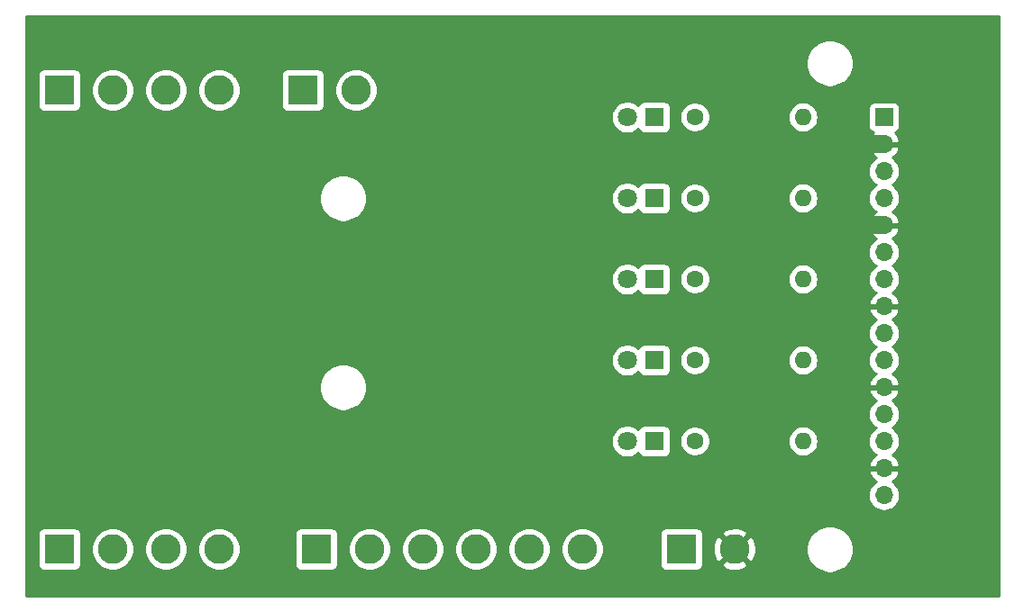
<source format=gbl>
G04 #@! TF.GenerationSoftware,KiCad,Pcbnew,(5.1.2)-2*
G04 #@! TF.CreationDate,2019-06-27T20:53:15-04:00*
G04 #@! TF.ProjectId,connection-portal,636f6e6e-6563-4746-996f-6e2d706f7274,rev?*
G04 #@! TF.SameCoordinates,Original*
G04 #@! TF.FileFunction,Copper,L2,Bot*
G04 #@! TF.FilePolarity,Positive*
%FSLAX46Y46*%
G04 Gerber Fmt 4.6, Leading zero omitted, Abs format (unit mm)*
G04 Created by KiCad (PCBNEW (5.1.2)-2) date 2019-06-27 20:53:15*
%MOMM*%
%LPD*%
G04 APERTURE LIST*
%ADD10O,1.600000X1.600000*%
%ADD11C,1.600000*%
%ADD12O,1.700000X1.700000*%
%ADD13R,1.700000X1.700000*%
%ADD14C,2.800000*%
%ADD15R,2.800000X2.800000*%
%ADD16C,1.800000*%
%ADD17R,1.800000X1.800000*%
%ADD18C,1.700000*%
%ADD19C,0.254000*%
G04 APERTURE END LIST*
D10*
X167640000Y-113030000D03*
D11*
X157480000Y-113030000D03*
D10*
X167640000Y-105410000D03*
D11*
X157480000Y-105410000D03*
D10*
X167640000Y-97790000D03*
D11*
X157480000Y-97790000D03*
D10*
X167640000Y-90170000D03*
D11*
X157480000Y-90170000D03*
D10*
X167640000Y-82550000D03*
D11*
X157480000Y-82550000D03*
D12*
X175260000Y-118110000D03*
X175260000Y-115570000D03*
X175260000Y-113030000D03*
X175260000Y-110490000D03*
X175260000Y-107950000D03*
X175260000Y-105410000D03*
X175260000Y-102870000D03*
X175260000Y-100330000D03*
X175260000Y-97790000D03*
X175260000Y-95250000D03*
X175260000Y-92710000D03*
X175260000Y-90170000D03*
X175260000Y-87630000D03*
X175260000Y-85090000D03*
D13*
X175260000Y-82550000D03*
D14*
X112790000Y-80010000D03*
X107790000Y-80010000D03*
X102790000Y-80010000D03*
D15*
X97790000Y-80010000D03*
D14*
X125650000Y-80010000D03*
D15*
X120650000Y-80010000D03*
D14*
X146920000Y-123190000D03*
X141920000Y-123190000D03*
X136920000Y-123190000D03*
X131920000Y-123190000D03*
X126920000Y-123190000D03*
D15*
X121920000Y-123190000D03*
D14*
X112790000Y-123190000D03*
X107790000Y-123190000D03*
X102790000Y-123190000D03*
D15*
X97790000Y-123190000D03*
D14*
X161210000Y-123190000D03*
D15*
X156210000Y-123190000D03*
D16*
X151130000Y-113030000D03*
D17*
X153670000Y-113030000D03*
D16*
X151130000Y-105410000D03*
D17*
X153670000Y-105410000D03*
D16*
X151130000Y-97790000D03*
D17*
X153670000Y-97790000D03*
D16*
X151130000Y-90170000D03*
D17*
X153670000Y-90170000D03*
D16*
X151130000Y-82550000D03*
D17*
X153670000Y-82550000D03*
D18*
X171140001Y-87939999D02*
X171140001Y-91850001D01*
X173990000Y-85090000D02*
X175260000Y-85090000D01*
X171140001Y-87939999D02*
X173990000Y-85090000D01*
X175260000Y-92710000D02*
X172000000Y-92710000D01*
X172000000Y-92710000D02*
X171140001Y-91850001D01*
D19*
G36*
X186030000Y-127610000D02*
G01*
X94640000Y-127610000D01*
X94640000Y-121790000D01*
X95751928Y-121790000D01*
X95751928Y-124590000D01*
X95764188Y-124714482D01*
X95800498Y-124834180D01*
X95859463Y-124944494D01*
X95938815Y-125041185D01*
X96035506Y-125120537D01*
X96145820Y-125179502D01*
X96265518Y-125215812D01*
X96390000Y-125228072D01*
X99190000Y-125228072D01*
X99314482Y-125215812D01*
X99434180Y-125179502D01*
X99544494Y-125120537D01*
X99641185Y-125041185D01*
X99720537Y-124944494D01*
X99779502Y-124834180D01*
X99815812Y-124714482D01*
X99828072Y-124590000D01*
X99828072Y-122989570D01*
X100755000Y-122989570D01*
X100755000Y-123390430D01*
X100833204Y-123783587D01*
X100986607Y-124153934D01*
X101209313Y-124487237D01*
X101492763Y-124770687D01*
X101826066Y-124993393D01*
X102196413Y-125146796D01*
X102589570Y-125225000D01*
X102990430Y-125225000D01*
X103383587Y-125146796D01*
X103753934Y-124993393D01*
X104087237Y-124770687D01*
X104370687Y-124487237D01*
X104593393Y-124153934D01*
X104746796Y-123783587D01*
X104825000Y-123390430D01*
X104825000Y-122989570D01*
X105755000Y-122989570D01*
X105755000Y-123390430D01*
X105833204Y-123783587D01*
X105986607Y-124153934D01*
X106209313Y-124487237D01*
X106492763Y-124770687D01*
X106826066Y-124993393D01*
X107196413Y-125146796D01*
X107589570Y-125225000D01*
X107990430Y-125225000D01*
X108383587Y-125146796D01*
X108753934Y-124993393D01*
X109087237Y-124770687D01*
X109370687Y-124487237D01*
X109593393Y-124153934D01*
X109746796Y-123783587D01*
X109825000Y-123390430D01*
X109825000Y-122989570D01*
X110755000Y-122989570D01*
X110755000Y-123390430D01*
X110833204Y-123783587D01*
X110986607Y-124153934D01*
X111209313Y-124487237D01*
X111492763Y-124770687D01*
X111826066Y-124993393D01*
X112196413Y-125146796D01*
X112589570Y-125225000D01*
X112990430Y-125225000D01*
X113383587Y-125146796D01*
X113753934Y-124993393D01*
X114087237Y-124770687D01*
X114370687Y-124487237D01*
X114593393Y-124153934D01*
X114746796Y-123783587D01*
X114825000Y-123390430D01*
X114825000Y-122989570D01*
X114746796Y-122596413D01*
X114593393Y-122226066D01*
X114370687Y-121892763D01*
X114267924Y-121790000D01*
X119881928Y-121790000D01*
X119881928Y-124590000D01*
X119894188Y-124714482D01*
X119930498Y-124834180D01*
X119989463Y-124944494D01*
X120068815Y-125041185D01*
X120165506Y-125120537D01*
X120275820Y-125179502D01*
X120395518Y-125215812D01*
X120520000Y-125228072D01*
X123320000Y-125228072D01*
X123444482Y-125215812D01*
X123564180Y-125179502D01*
X123674494Y-125120537D01*
X123771185Y-125041185D01*
X123850537Y-124944494D01*
X123909502Y-124834180D01*
X123945812Y-124714482D01*
X123958072Y-124590000D01*
X123958072Y-122989570D01*
X124885000Y-122989570D01*
X124885000Y-123390430D01*
X124963204Y-123783587D01*
X125116607Y-124153934D01*
X125339313Y-124487237D01*
X125622763Y-124770687D01*
X125956066Y-124993393D01*
X126326413Y-125146796D01*
X126719570Y-125225000D01*
X127120430Y-125225000D01*
X127513587Y-125146796D01*
X127883934Y-124993393D01*
X128217237Y-124770687D01*
X128500687Y-124487237D01*
X128723393Y-124153934D01*
X128876796Y-123783587D01*
X128955000Y-123390430D01*
X128955000Y-122989570D01*
X129885000Y-122989570D01*
X129885000Y-123390430D01*
X129963204Y-123783587D01*
X130116607Y-124153934D01*
X130339313Y-124487237D01*
X130622763Y-124770687D01*
X130956066Y-124993393D01*
X131326413Y-125146796D01*
X131719570Y-125225000D01*
X132120430Y-125225000D01*
X132513587Y-125146796D01*
X132883934Y-124993393D01*
X133217237Y-124770687D01*
X133500687Y-124487237D01*
X133723393Y-124153934D01*
X133876796Y-123783587D01*
X133955000Y-123390430D01*
X133955000Y-122989570D01*
X134885000Y-122989570D01*
X134885000Y-123390430D01*
X134963204Y-123783587D01*
X135116607Y-124153934D01*
X135339313Y-124487237D01*
X135622763Y-124770687D01*
X135956066Y-124993393D01*
X136326413Y-125146796D01*
X136719570Y-125225000D01*
X137120430Y-125225000D01*
X137513587Y-125146796D01*
X137883934Y-124993393D01*
X138217237Y-124770687D01*
X138500687Y-124487237D01*
X138723393Y-124153934D01*
X138876796Y-123783587D01*
X138955000Y-123390430D01*
X138955000Y-122989570D01*
X139885000Y-122989570D01*
X139885000Y-123390430D01*
X139963204Y-123783587D01*
X140116607Y-124153934D01*
X140339313Y-124487237D01*
X140622763Y-124770687D01*
X140956066Y-124993393D01*
X141326413Y-125146796D01*
X141719570Y-125225000D01*
X142120430Y-125225000D01*
X142513587Y-125146796D01*
X142883934Y-124993393D01*
X143217237Y-124770687D01*
X143500687Y-124487237D01*
X143723393Y-124153934D01*
X143876796Y-123783587D01*
X143955000Y-123390430D01*
X143955000Y-122989570D01*
X144885000Y-122989570D01*
X144885000Y-123390430D01*
X144963204Y-123783587D01*
X145116607Y-124153934D01*
X145339313Y-124487237D01*
X145622763Y-124770687D01*
X145956066Y-124993393D01*
X146326413Y-125146796D01*
X146719570Y-125225000D01*
X147120430Y-125225000D01*
X147513587Y-125146796D01*
X147883934Y-124993393D01*
X148217237Y-124770687D01*
X148500687Y-124487237D01*
X148723393Y-124153934D01*
X148876796Y-123783587D01*
X148955000Y-123390430D01*
X148955000Y-122989570D01*
X148876796Y-122596413D01*
X148723393Y-122226066D01*
X148500687Y-121892763D01*
X148397924Y-121790000D01*
X154171928Y-121790000D01*
X154171928Y-124590000D01*
X154184188Y-124714482D01*
X154220498Y-124834180D01*
X154279463Y-124944494D01*
X154358815Y-125041185D01*
X154455506Y-125120537D01*
X154565820Y-125179502D01*
X154685518Y-125215812D01*
X154810000Y-125228072D01*
X157610000Y-125228072D01*
X157734482Y-125215812D01*
X157854180Y-125179502D01*
X157964494Y-125120537D01*
X158061185Y-125041185D01*
X158140537Y-124944494D01*
X158199502Y-124834180D01*
X158235812Y-124714482D01*
X158246058Y-124610447D01*
X159969158Y-124610447D01*
X160113135Y-124915770D01*
X160470892Y-125096597D01*
X160857053Y-125204155D01*
X161256777Y-125234310D01*
X161654704Y-125185904D01*
X162035540Y-125060795D01*
X162306865Y-124915770D01*
X162450842Y-124610447D01*
X161210000Y-123369605D01*
X159969158Y-124610447D01*
X158246058Y-124610447D01*
X158248072Y-124590000D01*
X158248072Y-123236777D01*
X159165690Y-123236777D01*
X159214096Y-123634704D01*
X159339205Y-124015540D01*
X159484230Y-124286865D01*
X159789553Y-124430842D01*
X161030395Y-123190000D01*
X161389605Y-123190000D01*
X162630447Y-124430842D01*
X162935770Y-124286865D01*
X163116597Y-123929108D01*
X163224155Y-123542947D01*
X163254310Y-123143223D01*
X163233223Y-122969872D01*
X167945000Y-122969872D01*
X167945000Y-123410128D01*
X168030890Y-123841925D01*
X168199369Y-124248669D01*
X168443962Y-124614729D01*
X168755271Y-124926038D01*
X169121331Y-125170631D01*
X169528075Y-125339110D01*
X169959872Y-125425000D01*
X170400128Y-125425000D01*
X170831925Y-125339110D01*
X171238669Y-125170631D01*
X171604729Y-124926038D01*
X171916038Y-124614729D01*
X172160631Y-124248669D01*
X172329110Y-123841925D01*
X172415000Y-123410128D01*
X172415000Y-122969872D01*
X172329110Y-122538075D01*
X172160631Y-122131331D01*
X171916038Y-121765271D01*
X171604729Y-121453962D01*
X171238669Y-121209369D01*
X170831925Y-121040890D01*
X170400128Y-120955000D01*
X169959872Y-120955000D01*
X169528075Y-121040890D01*
X169121331Y-121209369D01*
X168755271Y-121453962D01*
X168443962Y-121765271D01*
X168199369Y-122131331D01*
X168030890Y-122538075D01*
X167945000Y-122969872D01*
X163233223Y-122969872D01*
X163205904Y-122745296D01*
X163080795Y-122364460D01*
X162935770Y-122093135D01*
X162630447Y-121949158D01*
X161389605Y-123190000D01*
X161030395Y-123190000D01*
X159789553Y-121949158D01*
X159484230Y-122093135D01*
X159303403Y-122450892D01*
X159195845Y-122837053D01*
X159165690Y-123236777D01*
X158248072Y-123236777D01*
X158248072Y-121790000D01*
X158246059Y-121769553D01*
X159969158Y-121769553D01*
X161210000Y-123010395D01*
X162450842Y-121769553D01*
X162306865Y-121464230D01*
X161949108Y-121283403D01*
X161562947Y-121175845D01*
X161163223Y-121145690D01*
X160765296Y-121194096D01*
X160384460Y-121319205D01*
X160113135Y-121464230D01*
X159969158Y-121769553D01*
X158246059Y-121769553D01*
X158235812Y-121665518D01*
X158199502Y-121545820D01*
X158140537Y-121435506D01*
X158061185Y-121338815D01*
X157964494Y-121259463D01*
X157854180Y-121200498D01*
X157734482Y-121164188D01*
X157610000Y-121151928D01*
X154810000Y-121151928D01*
X154685518Y-121164188D01*
X154565820Y-121200498D01*
X154455506Y-121259463D01*
X154358815Y-121338815D01*
X154279463Y-121435506D01*
X154220498Y-121545820D01*
X154184188Y-121665518D01*
X154171928Y-121790000D01*
X148397924Y-121790000D01*
X148217237Y-121609313D01*
X147883934Y-121386607D01*
X147513587Y-121233204D01*
X147120430Y-121155000D01*
X146719570Y-121155000D01*
X146326413Y-121233204D01*
X145956066Y-121386607D01*
X145622763Y-121609313D01*
X145339313Y-121892763D01*
X145116607Y-122226066D01*
X144963204Y-122596413D01*
X144885000Y-122989570D01*
X143955000Y-122989570D01*
X143876796Y-122596413D01*
X143723393Y-122226066D01*
X143500687Y-121892763D01*
X143217237Y-121609313D01*
X142883934Y-121386607D01*
X142513587Y-121233204D01*
X142120430Y-121155000D01*
X141719570Y-121155000D01*
X141326413Y-121233204D01*
X140956066Y-121386607D01*
X140622763Y-121609313D01*
X140339313Y-121892763D01*
X140116607Y-122226066D01*
X139963204Y-122596413D01*
X139885000Y-122989570D01*
X138955000Y-122989570D01*
X138876796Y-122596413D01*
X138723393Y-122226066D01*
X138500687Y-121892763D01*
X138217237Y-121609313D01*
X137883934Y-121386607D01*
X137513587Y-121233204D01*
X137120430Y-121155000D01*
X136719570Y-121155000D01*
X136326413Y-121233204D01*
X135956066Y-121386607D01*
X135622763Y-121609313D01*
X135339313Y-121892763D01*
X135116607Y-122226066D01*
X134963204Y-122596413D01*
X134885000Y-122989570D01*
X133955000Y-122989570D01*
X133876796Y-122596413D01*
X133723393Y-122226066D01*
X133500687Y-121892763D01*
X133217237Y-121609313D01*
X132883934Y-121386607D01*
X132513587Y-121233204D01*
X132120430Y-121155000D01*
X131719570Y-121155000D01*
X131326413Y-121233204D01*
X130956066Y-121386607D01*
X130622763Y-121609313D01*
X130339313Y-121892763D01*
X130116607Y-122226066D01*
X129963204Y-122596413D01*
X129885000Y-122989570D01*
X128955000Y-122989570D01*
X128876796Y-122596413D01*
X128723393Y-122226066D01*
X128500687Y-121892763D01*
X128217237Y-121609313D01*
X127883934Y-121386607D01*
X127513587Y-121233204D01*
X127120430Y-121155000D01*
X126719570Y-121155000D01*
X126326413Y-121233204D01*
X125956066Y-121386607D01*
X125622763Y-121609313D01*
X125339313Y-121892763D01*
X125116607Y-122226066D01*
X124963204Y-122596413D01*
X124885000Y-122989570D01*
X123958072Y-122989570D01*
X123958072Y-121790000D01*
X123945812Y-121665518D01*
X123909502Y-121545820D01*
X123850537Y-121435506D01*
X123771185Y-121338815D01*
X123674494Y-121259463D01*
X123564180Y-121200498D01*
X123444482Y-121164188D01*
X123320000Y-121151928D01*
X120520000Y-121151928D01*
X120395518Y-121164188D01*
X120275820Y-121200498D01*
X120165506Y-121259463D01*
X120068815Y-121338815D01*
X119989463Y-121435506D01*
X119930498Y-121545820D01*
X119894188Y-121665518D01*
X119881928Y-121790000D01*
X114267924Y-121790000D01*
X114087237Y-121609313D01*
X113753934Y-121386607D01*
X113383587Y-121233204D01*
X112990430Y-121155000D01*
X112589570Y-121155000D01*
X112196413Y-121233204D01*
X111826066Y-121386607D01*
X111492763Y-121609313D01*
X111209313Y-121892763D01*
X110986607Y-122226066D01*
X110833204Y-122596413D01*
X110755000Y-122989570D01*
X109825000Y-122989570D01*
X109746796Y-122596413D01*
X109593393Y-122226066D01*
X109370687Y-121892763D01*
X109087237Y-121609313D01*
X108753934Y-121386607D01*
X108383587Y-121233204D01*
X107990430Y-121155000D01*
X107589570Y-121155000D01*
X107196413Y-121233204D01*
X106826066Y-121386607D01*
X106492763Y-121609313D01*
X106209313Y-121892763D01*
X105986607Y-122226066D01*
X105833204Y-122596413D01*
X105755000Y-122989570D01*
X104825000Y-122989570D01*
X104746796Y-122596413D01*
X104593393Y-122226066D01*
X104370687Y-121892763D01*
X104087237Y-121609313D01*
X103753934Y-121386607D01*
X103383587Y-121233204D01*
X102990430Y-121155000D01*
X102589570Y-121155000D01*
X102196413Y-121233204D01*
X101826066Y-121386607D01*
X101492763Y-121609313D01*
X101209313Y-121892763D01*
X100986607Y-122226066D01*
X100833204Y-122596413D01*
X100755000Y-122989570D01*
X99828072Y-122989570D01*
X99828072Y-121790000D01*
X99815812Y-121665518D01*
X99779502Y-121545820D01*
X99720537Y-121435506D01*
X99641185Y-121338815D01*
X99544494Y-121259463D01*
X99434180Y-121200498D01*
X99314482Y-121164188D01*
X99190000Y-121151928D01*
X96390000Y-121151928D01*
X96265518Y-121164188D01*
X96145820Y-121200498D01*
X96035506Y-121259463D01*
X95938815Y-121338815D01*
X95859463Y-121435506D01*
X95800498Y-121545820D01*
X95764188Y-121665518D01*
X95751928Y-121790000D01*
X94640000Y-121790000D01*
X94640000Y-118110000D01*
X173767815Y-118110000D01*
X173796487Y-118401111D01*
X173881401Y-118681034D01*
X174019294Y-118939014D01*
X174204866Y-119165134D01*
X174430986Y-119350706D01*
X174688966Y-119488599D01*
X174968889Y-119573513D01*
X175187050Y-119595000D01*
X175332950Y-119595000D01*
X175551111Y-119573513D01*
X175831034Y-119488599D01*
X176089014Y-119350706D01*
X176315134Y-119165134D01*
X176500706Y-118939014D01*
X176638599Y-118681034D01*
X176723513Y-118401111D01*
X176752185Y-118110000D01*
X176723513Y-117818889D01*
X176638599Y-117538966D01*
X176500706Y-117280986D01*
X176315134Y-117054866D01*
X176089014Y-116869294D01*
X176024477Y-116834799D01*
X176141355Y-116765178D01*
X176357588Y-116570269D01*
X176531641Y-116336920D01*
X176656825Y-116074099D01*
X176701476Y-115926890D01*
X176580155Y-115697000D01*
X175387000Y-115697000D01*
X175387000Y-115717000D01*
X175133000Y-115717000D01*
X175133000Y-115697000D01*
X173939845Y-115697000D01*
X173818524Y-115926890D01*
X173863175Y-116074099D01*
X173988359Y-116336920D01*
X174162412Y-116570269D01*
X174378645Y-116765178D01*
X174495523Y-116834799D01*
X174430986Y-116869294D01*
X174204866Y-117054866D01*
X174019294Y-117280986D01*
X173881401Y-117538966D01*
X173796487Y-117818889D01*
X173767815Y-118110000D01*
X94640000Y-118110000D01*
X94640000Y-112878816D01*
X149595000Y-112878816D01*
X149595000Y-113181184D01*
X149653989Y-113477743D01*
X149769701Y-113757095D01*
X149937688Y-114008505D01*
X150151495Y-114222312D01*
X150402905Y-114390299D01*
X150682257Y-114506011D01*
X150978816Y-114565000D01*
X151281184Y-114565000D01*
X151577743Y-114506011D01*
X151857095Y-114390299D01*
X152108505Y-114222312D01*
X152174944Y-114155873D01*
X152180498Y-114174180D01*
X152239463Y-114284494D01*
X152318815Y-114381185D01*
X152415506Y-114460537D01*
X152525820Y-114519502D01*
X152645518Y-114555812D01*
X152770000Y-114568072D01*
X154570000Y-114568072D01*
X154694482Y-114555812D01*
X154814180Y-114519502D01*
X154924494Y-114460537D01*
X155021185Y-114381185D01*
X155100537Y-114284494D01*
X155159502Y-114174180D01*
X155195812Y-114054482D01*
X155208072Y-113930000D01*
X155208072Y-112888665D01*
X156045000Y-112888665D01*
X156045000Y-113171335D01*
X156100147Y-113448574D01*
X156208320Y-113709727D01*
X156365363Y-113944759D01*
X156565241Y-114144637D01*
X156800273Y-114301680D01*
X157061426Y-114409853D01*
X157338665Y-114465000D01*
X157621335Y-114465000D01*
X157898574Y-114409853D01*
X158159727Y-114301680D01*
X158394759Y-114144637D01*
X158594637Y-113944759D01*
X158751680Y-113709727D01*
X158859853Y-113448574D01*
X158915000Y-113171335D01*
X158915000Y-113030000D01*
X166198057Y-113030000D01*
X166225764Y-113311309D01*
X166307818Y-113581808D01*
X166441068Y-113831101D01*
X166620392Y-114049608D01*
X166838899Y-114228932D01*
X167088192Y-114362182D01*
X167358691Y-114444236D01*
X167569508Y-114465000D01*
X167710492Y-114465000D01*
X167921309Y-114444236D01*
X168191808Y-114362182D01*
X168441101Y-114228932D01*
X168659608Y-114049608D01*
X168838932Y-113831101D01*
X168972182Y-113581808D01*
X169054236Y-113311309D01*
X169081943Y-113030000D01*
X169054236Y-112748691D01*
X168972182Y-112478192D01*
X168838932Y-112228899D01*
X168659608Y-112010392D01*
X168441101Y-111831068D01*
X168191808Y-111697818D01*
X167921309Y-111615764D01*
X167710492Y-111595000D01*
X167569508Y-111595000D01*
X167358691Y-111615764D01*
X167088192Y-111697818D01*
X166838899Y-111831068D01*
X166620392Y-112010392D01*
X166441068Y-112228899D01*
X166307818Y-112478192D01*
X166225764Y-112748691D01*
X166198057Y-113030000D01*
X158915000Y-113030000D01*
X158915000Y-112888665D01*
X158859853Y-112611426D01*
X158751680Y-112350273D01*
X158594637Y-112115241D01*
X158394759Y-111915363D01*
X158159727Y-111758320D01*
X157898574Y-111650147D01*
X157621335Y-111595000D01*
X157338665Y-111595000D01*
X157061426Y-111650147D01*
X156800273Y-111758320D01*
X156565241Y-111915363D01*
X156365363Y-112115241D01*
X156208320Y-112350273D01*
X156100147Y-112611426D01*
X156045000Y-112888665D01*
X155208072Y-112888665D01*
X155208072Y-112130000D01*
X155195812Y-112005518D01*
X155159502Y-111885820D01*
X155100537Y-111775506D01*
X155021185Y-111678815D01*
X154924494Y-111599463D01*
X154814180Y-111540498D01*
X154694482Y-111504188D01*
X154570000Y-111491928D01*
X152770000Y-111491928D01*
X152645518Y-111504188D01*
X152525820Y-111540498D01*
X152415506Y-111599463D01*
X152318815Y-111678815D01*
X152239463Y-111775506D01*
X152180498Y-111885820D01*
X152174944Y-111904127D01*
X152108505Y-111837688D01*
X151857095Y-111669701D01*
X151577743Y-111553989D01*
X151281184Y-111495000D01*
X150978816Y-111495000D01*
X150682257Y-111553989D01*
X150402905Y-111669701D01*
X150151495Y-111837688D01*
X149937688Y-112051495D01*
X149769701Y-112302905D01*
X149653989Y-112582257D01*
X149595000Y-112878816D01*
X94640000Y-112878816D01*
X94640000Y-110490000D01*
X173767815Y-110490000D01*
X173796487Y-110781111D01*
X173881401Y-111061034D01*
X174019294Y-111319014D01*
X174204866Y-111545134D01*
X174430986Y-111730706D01*
X174485791Y-111760000D01*
X174430986Y-111789294D01*
X174204866Y-111974866D01*
X174019294Y-112200986D01*
X173881401Y-112458966D01*
X173796487Y-112738889D01*
X173767815Y-113030000D01*
X173796487Y-113321111D01*
X173881401Y-113601034D01*
X174019294Y-113859014D01*
X174204866Y-114085134D01*
X174430986Y-114270706D01*
X174495523Y-114305201D01*
X174378645Y-114374822D01*
X174162412Y-114569731D01*
X173988359Y-114803080D01*
X173863175Y-115065901D01*
X173818524Y-115213110D01*
X173939845Y-115443000D01*
X175133000Y-115443000D01*
X175133000Y-115423000D01*
X175387000Y-115423000D01*
X175387000Y-115443000D01*
X176580155Y-115443000D01*
X176701476Y-115213110D01*
X176656825Y-115065901D01*
X176531641Y-114803080D01*
X176357588Y-114569731D01*
X176141355Y-114374822D01*
X176024477Y-114305201D01*
X176089014Y-114270706D01*
X176315134Y-114085134D01*
X176500706Y-113859014D01*
X176638599Y-113601034D01*
X176723513Y-113321111D01*
X176752185Y-113030000D01*
X176723513Y-112738889D01*
X176638599Y-112458966D01*
X176500706Y-112200986D01*
X176315134Y-111974866D01*
X176089014Y-111789294D01*
X176034209Y-111760000D01*
X176089014Y-111730706D01*
X176315134Y-111545134D01*
X176500706Y-111319014D01*
X176638599Y-111061034D01*
X176723513Y-110781111D01*
X176752185Y-110490000D01*
X176723513Y-110198889D01*
X176638599Y-109918966D01*
X176500706Y-109660986D01*
X176315134Y-109434866D01*
X176089014Y-109249294D01*
X176024477Y-109214799D01*
X176141355Y-109145178D01*
X176357588Y-108950269D01*
X176531641Y-108716920D01*
X176656825Y-108454099D01*
X176701476Y-108306890D01*
X176580155Y-108077000D01*
X175387000Y-108077000D01*
X175387000Y-108097000D01*
X175133000Y-108097000D01*
X175133000Y-108077000D01*
X173939845Y-108077000D01*
X173818524Y-108306890D01*
X173863175Y-108454099D01*
X173988359Y-108716920D01*
X174162412Y-108950269D01*
X174378645Y-109145178D01*
X174495523Y-109214799D01*
X174430986Y-109249294D01*
X174204866Y-109434866D01*
X174019294Y-109660986D01*
X173881401Y-109918966D01*
X173796487Y-110198889D01*
X173767815Y-110490000D01*
X94640000Y-110490000D01*
X94640000Y-107729872D01*
X122225000Y-107729872D01*
X122225000Y-108170128D01*
X122310890Y-108601925D01*
X122479369Y-109008669D01*
X122723962Y-109374729D01*
X123035271Y-109686038D01*
X123401331Y-109930631D01*
X123808075Y-110099110D01*
X124239872Y-110185000D01*
X124680128Y-110185000D01*
X125111925Y-110099110D01*
X125518669Y-109930631D01*
X125884729Y-109686038D01*
X126196038Y-109374729D01*
X126440631Y-109008669D01*
X126609110Y-108601925D01*
X126695000Y-108170128D01*
X126695000Y-107729872D01*
X126609110Y-107298075D01*
X126440631Y-106891331D01*
X126196038Y-106525271D01*
X125884729Y-106213962D01*
X125518669Y-105969369D01*
X125111925Y-105800890D01*
X124680128Y-105715000D01*
X124239872Y-105715000D01*
X123808075Y-105800890D01*
X123401331Y-105969369D01*
X123035271Y-106213962D01*
X122723962Y-106525271D01*
X122479369Y-106891331D01*
X122310890Y-107298075D01*
X122225000Y-107729872D01*
X94640000Y-107729872D01*
X94640000Y-105258816D01*
X149595000Y-105258816D01*
X149595000Y-105561184D01*
X149653989Y-105857743D01*
X149769701Y-106137095D01*
X149937688Y-106388505D01*
X150151495Y-106602312D01*
X150402905Y-106770299D01*
X150682257Y-106886011D01*
X150978816Y-106945000D01*
X151281184Y-106945000D01*
X151577743Y-106886011D01*
X151857095Y-106770299D01*
X152108505Y-106602312D01*
X152174944Y-106535873D01*
X152180498Y-106554180D01*
X152239463Y-106664494D01*
X152318815Y-106761185D01*
X152415506Y-106840537D01*
X152525820Y-106899502D01*
X152645518Y-106935812D01*
X152770000Y-106948072D01*
X154570000Y-106948072D01*
X154694482Y-106935812D01*
X154814180Y-106899502D01*
X154924494Y-106840537D01*
X155021185Y-106761185D01*
X155100537Y-106664494D01*
X155159502Y-106554180D01*
X155195812Y-106434482D01*
X155208072Y-106310000D01*
X155208072Y-105268665D01*
X156045000Y-105268665D01*
X156045000Y-105551335D01*
X156100147Y-105828574D01*
X156208320Y-106089727D01*
X156365363Y-106324759D01*
X156565241Y-106524637D01*
X156800273Y-106681680D01*
X157061426Y-106789853D01*
X157338665Y-106845000D01*
X157621335Y-106845000D01*
X157898574Y-106789853D01*
X158159727Y-106681680D01*
X158394759Y-106524637D01*
X158594637Y-106324759D01*
X158751680Y-106089727D01*
X158859853Y-105828574D01*
X158915000Y-105551335D01*
X158915000Y-105410000D01*
X166198057Y-105410000D01*
X166225764Y-105691309D01*
X166307818Y-105961808D01*
X166441068Y-106211101D01*
X166620392Y-106429608D01*
X166838899Y-106608932D01*
X167088192Y-106742182D01*
X167358691Y-106824236D01*
X167569508Y-106845000D01*
X167710492Y-106845000D01*
X167921309Y-106824236D01*
X168191808Y-106742182D01*
X168441101Y-106608932D01*
X168659608Y-106429608D01*
X168838932Y-106211101D01*
X168972182Y-105961808D01*
X169054236Y-105691309D01*
X169081943Y-105410000D01*
X169054236Y-105128691D01*
X168972182Y-104858192D01*
X168838932Y-104608899D01*
X168659608Y-104390392D01*
X168441101Y-104211068D01*
X168191808Y-104077818D01*
X167921309Y-103995764D01*
X167710492Y-103975000D01*
X167569508Y-103975000D01*
X167358691Y-103995764D01*
X167088192Y-104077818D01*
X166838899Y-104211068D01*
X166620392Y-104390392D01*
X166441068Y-104608899D01*
X166307818Y-104858192D01*
X166225764Y-105128691D01*
X166198057Y-105410000D01*
X158915000Y-105410000D01*
X158915000Y-105268665D01*
X158859853Y-104991426D01*
X158751680Y-104730273D01*
X158594637Y-104495241D01*
X158394759Y-104295363D01*
X158159727Y-104138320D01*
X157898574Y-104030147D01*
X157621335Y-103975000D01*
X157338665Y-103975000D01*
X157061426Y-104030147D01*
X156800273Y-104138320D01*
X156565241Y-104295363D01*
X156365363Y-104495241D01*
X156208320Y-104730273D01*
X156100147Y-104991426D01*
X156045000Y-105268665D01*
X155208072Y-105268665D01*
X155208072Y-104510000D01*
X155195812Y-104385518D01*
X155159502Y-104265820D01*
X155100537Y-104155506D01*
X155021185Y-104058815D01*
X154924494Y-103979463D01*
X154814180Y-103920498D01*
X154694482Y-103884188D01*
X154570000Y-103871928D01*
X152770000Y-103871928D01*
X152645518Y-103884188D01*
X152525820Y-103920498D01*
X152415506Y-103979463D01*
X152318815Y-104058815D01*
X152239463Y-104155506D01*
X152180498Y-104265820D01*
X152174944Y-104284127D01*
X152108505Y-104217688D01*
X151857095Y-104049701D01*
X151577743Y-103933989D01*
X151281184Y-103875000D01*
X150978816Y-103875000D01*
X150682257Y-103933989D01*
X150402905Y-104049701D01*
X150151495Y-104217688D01*
X149937688Y-104431495D01*
X149769701Y-104682905D01*
X149653989Y-104962257D01*
X149595000Y-105258816D01*
X94640000Y-105258816D01*
X94640000Y-102870000D01*
X173767815Y-102870000D01*
X173796487Y-103161111D01*
X173881401Y-103441034D01*
X174019294Y-103699014D01*
X174204866Y-103925134D01*
X174430986Y-104110706D01*
X174485791Y-104140000D01*
X174430986Y-104169294D01*
X174204866Y-104354866D01*
X174019294Y-104580986D01*
X173881401Y-104838966D01*
X173796487Y-105118889D01*
X173767815Y-105410000D01*
X173796487Y-105701111D01*
X173881401Y-105981034D01*
X174019294Y-106239014D01*
X174204866Y-106465134D01*
X174430986Y-106650706D01*
X174495523Y-106685201D01*
X174378645Y-106754822D01*
X174162412Y-106949731D01*
X173988359Y-107183080D01*
X173863175Y-107445901D01*
X173818524Y-107593110D01*
X173939845Y-107823000D01*
X175133000Y-107823000D01*
X175133000Y-107803000D01*
X175387000Y-107803000D01*
X175387000Y-107823000D01*
X176580155Y-107823000D01*
X176701476Y-107593110D01*
X176656825Y-107445901D01*
X176531641Y-107183080D01*
X176357588Y-106949731D01*
X176141355Y-106754822D01*
X176024477Y-106685201D01*
X176089014Y-106650706D01*
X176315134Y-106465134D01*
X176500706Y-106239014D01*
X176638599Y-105981034D01*
X176723513Y-105701111D01*
X176752185Y-105410000D01*
X176723513Y-105118889D01*
X176638599Y-104838966D01*
X176500706Y-104580986D01*
X176315134Y-104354866D01*
X176089014Y-104169294D01*
X176034209Y-104140000D01*
X176089014Y-104110706D01*
X176315134Y-103925134D01*
X176500706Y-103699014D01*
X176638599Y-103441034D01*
X176723513Y-103161111D01*
X176752185Y-102870000D01*
X176723513Y-102578889D01*
X176638599Y-102298966D01*
X176500706Y-102040986D01*
X176315134Y-101814866D01*
X176089014Y-101629294D01*
X176024477Y-101594799D01*
X176141355Y-101525178D01*
X176357588Y-101330269D01*
X176531641Y-101096920D01*
X176656825Y-100834099D01*
X176701476Y-100686890D01*
X176580155Y-100457000D01*
X175387000Y-100457000D01*
X175387000Y-100477000D01*
X175133000Y-100477000D01*
X175133000Y-100457000D01*
X173939845Y-100457000D01*
X173818524Y-100686890D01*
X173863175Y-100834099D01*
X173988359Y-101096920D01*
X174162412Y-101330269D01*
X174378645Y-101525178D01*
X174495523Y-101594799D01*
X174430986Y-101629294D01*
X174204866Y-101814866D01*
X174019294Y-102040986D01*
X173881401Y-102298966D01*
X173796487Y-102578889D01*
X173767815Y-102870000D01*
X94640000Y-102870000D01*
X94640000Y-97638816D01*
X149595000Y-97638816D01*
X149595000Y-97941184D01*
X149653989Y-98237743D01*
X149769701Y-98517095D01*
X149937688Y-98768505D01*
X150151495Y-98982312D01*
X150402905Y-99150299D01*
X150682257Y-99266011D01*
X150978816Y-99325000D01*
X151281184Y-99325000D01*
X151577743Y-99266011D01*
X151857095Y-99150299D01*
X152108505Y-98982312D01*
X152174944Y-98915873D01*
X152180498Y-98934180D01*
X152239463Y-99044494D01*
X152318815Y-99141185D01*
X152415506Y-99220537D01*
X152525820Y-99279502D01*
X152645518Y-99315812D01*
X152770000Y-99328072D01*
X154570000Y-99328072D01*
X154694482Y-99315812D01*
X154814180Y-99279502D01*
X154924494Y-99220537D01*
X155021185Y-99141185D01*
X155100537Y-99044494D01*
X155159502Y-98934180D01*
X155195812Y-98814482D01*
X155208072Y-98690000D01*
X155208072Y-97648665D01*
X156045000Y-97648665D01*
X156045000Y-97931335D01*
X156100147Y-98208574D01*
X156208320Y-98469727D01*
X156365363Y-98704759D01*
X156565241Y-98904637D01*
X156800273Y-99061680D01*
X157061426Y-99169853D01*
X157338665Y-99225000D01*
X157621335Y-99225000D01*
X157898574Y-99169853D01*
X158159727Y-99061680D01*
X158394759Y-98904637D01*
X158594637Y-98704759D01*
X158751680Y-98469727D01*
X158859853Y-98208574D01*
X158915000Y-97931335D01*
X158915000Y-97790000D01*
X166198057Y-97790000D01*
X166225764Y-98071309D01*
X166307818Y-98341808D01*
X166441068Y-98591101D01*
X166620392Y-98809608D01*
X166838899Y-98988932D01*
X167088192Y-99122182D01*
X167358691Y-99204236D01*
X167569508Y-99225000D01*
X167710492Y-99225000D01*
X167921309Y-99204236D01*
X168191808Y-99122182D01*
X168441101Y-98988932D01*
X168659608Y-98809608D01*
X168838932Y-98591101D01*
X168972182Y-98341808D01*
X169054236Y-98071309D01*
X169081943Y-97790000D01*
X169054236Y-97508691D01*
X168972182Y-97238192D01*
X168838932Y-96988899D01*
X168659608Y-96770392D01*
X168441101Y-96591068D01*
X168191808Y-96457818D01*
X167921309Y-96375764D01*
X167710492Y-96355000D01*
X167569508Y-96355000D01*
X167358691Y-96375764D01*
X167088192Y-96457818D01*
X166838899Y-96591068D01*
X166620392Y-96770392D01*
X166441068Y-96988899D01*
X166307818Y-97238192D01*
X166225764Y-97508691D01*
X166198057Y-97790000D01*
X158915000Y-97790000D01*
X158915000Y-97648665D01*
X158859853Y-97371426D01*
X158751680Y-97110273D01*
X158594637Y-96875241D01*
X158394759Y-96675363D01*
X158159727Y-96518320D01*
X157898574Y-96410147D01*
X157621335Y-96355000D01*
X157338665Y-96355000D01*
X157061426Y-96410147D01*
X156800273Y-96518320D01*
X156565241Y-96675363D01*
X156365363Y-96875241D01*
X156208320Y-97110273D01*
X156100147Y-97371426D01*
X156045000Y-97648665D01*
X155208072Y-97648665D01*
X155208072Y-96890000D01*
X155195812Y-96765518D01*
X155159502Y-96645820D01*
X155100537Y-96535506D01*
X155021185Y-96438815D01*
X154924494Y-96359463D01*
X154814180Y-96300498D01*
X154694482Y-96264188D01*
X154570000Y-96251928D01*
X152770000Y-96251928D01*
X152645518Y-96264188D01*
X152525820Y-96300498D01*
X152415506Y-96359463D01*
X152318815Y-96438815D01*
X152239463Y-96535506D01*
X152180498Y-96645820D01*
X152174944Y-96664127D01*
X152108505Y-96597688D01*
X151857095Y-96429701D01*
X151577743Y-96313989D01*
X151281184Y-96255000D01*
X150978816Y-96255000D01*
X150682257Y-96313989D01*
X150402905Y-96429701D01*
X150151495Y-96597688D01*
X149937688Y-96811495D01*
X149769701Y-97062905D01*
X149653989Y-97342257D01*
X149595000Y-97638816D01*
X94640000Y-97638816D01*
X94640000Y-95250000D01*
X173767815Y-95250000D01*
X173796487Y-95541111D01*
X173881401Y-95821034D01*
X174019294Y-96079014D01*
X174204866Y-96305134D01*
X174430986Y-96490706D01*
X174485791Y-96520000D01*
X174430986Y-96549294D01*
X174204866Y-96734866D01*
X174019294Y-96960986D01*
X173881401Y-97218966D01*
X173796487Y-97498889D01*
X173767815Y-97790000D01*
X173796487Y-98081111D01*
X173881401Y-98361034D01*
X174019294Y-98619014D01*
X174204866Y-98845134D01*
X174430986Y-99030706D01*
X174495523Y-99065201D01*
X174378645Y-99134822D01*
X174162412Y-99329731D01*
X173988359Y-99563080D01*
X173863175Y-99825901D01*
X173818524Y-99973110D01*
X173939845Y-100203000D01*
X175133000Y-100203000D01*
X175133000Y-100183000D01*
X175387000Y-100183000D01*
X175387000Y-100203000D01*
X176580155Y-100203000D01*
X176701476Y-99973110D01*
X176656825Y-99825901D01*
X176531641Y-99563080D01*
X176357588Y-99329731D01*
X176141355Y-99134822D01*
X176024477Y-99065201D01*
X176089014Y-99030706D01*
X176315134Y-98845134D01*
X176500706Y-98619014D01*
X176638599Y-98361034D01*
X176723513Y-98081111D01*
X176752185Y-97790000D01*
X176723513Y-97498889D01*
X176638599Y-97218966D01*
X176500706Y-96960986D01*
X176315134Y-96734866D01*
X176089014Y-96549294D01*
X176034209Y-96520000D01*
X176089014Y-96490706D01*
X176315134Y-96305134D01*
X176500706Y-96079014D01*
X176638599Y-95821034D01*
X176723513Y-95541111D01*
X176752185Y-95250000D01*
X176723513Y-94958889D01*
X176638599Y-94678966D01*
X176500706Y-94420986D01*
X176315134Y-94194866D01*
X176089014Y-94009294D01*
X176024477Y-93974799D01*
X176141355Y-93905178D01*
X176357588Y-93710269D01*
X176531641Y-93476920D01*
X176656825Y-93214099D01*
X176701476Y-93066890D01*
X176580155Y-92837000D01*
X175387000Y-92837000D01*
X175387000Y-92857000D01*
X175133000Y-92857000D01*
X175133000Y-92837000D01*
X173939845Y-92837000D01*
X173818524Y-93066890D01*
X173863175Y-93214099D01*
X173988359Y-93476920D01*
X174162412Y-93710269D01*
X174378645Y-93905178D01*
X174495523Y-93974799D01*
X174430986Y-94009294D01*
X174204866Y-94194866D01*
X174019294Y-94420986D01*
X173881401Y-94678966D01*
X173796487Y-94958889D01*
X173767815Y-95250000D01*
X94640000Y-95250000D01*
X94640000Y-89949872D01*
X122225000Y-89949872D01*
X122225000Y-90390128D01*
X122310890Y-90821925D01*
X122479369Y-91228669D01*
X122723962Y-91594729D01*
X123035271Y-91906038D01*
X123401331Y-92150631D01*
X123808075Y-92319110D01*
X124239872Y-92405000D01*
X124680128Y-92405000D01*
X125111925Y-92319110D01*
X125518669Y-92150631D01*
X125884729Y-91906038D01*
X126196038Y-91594729D01*
X126440631Y-91228669D01*
X126609110Y-90821925D01*
X126695000Y-90390128D01*
X126695000Y-90018816D01*
X149595000Y-90018816D01*
X149595000Y-90321184D01*
X149653989Y-90617743D01*
X149769701Y-90897095D01*
X149937688Y-91148505D01*
X150151495Y-91362312D01*
X150402905Y-91530299D01*
X150682257Y-91646011D01*
X150978816Y-91705000D01*
X151281184Y-91705000D01*
X151577743Y-91646011D01*
X151857095Y-91530299D01*
X152108505Y-91362312D01*
X152174944Y-91295873D01*
X152180498Y-91314180D01*
X152239463Y-91424494D01*
X152318815Y-91521185D01*
X152415506Y-91600537D01*
X152525820Y-91659502D01*
X152645518Y-91695812D01*
X152770000Y-91708072D01*
X154570000Y-91708072D01*
X154694482Y-91695812D01*
X154814180Y-91659502D01*
X154924494Y-91600537D01*
X155021185Y-91521185D01*
X155100537Y-91424494D01*
X155159502Y-91314180D01*
X155195812Y-91194482D01*
X155208072Y-91070000D01*
X155208072Y-90028665D01*
X156045000Y-90028665D01*
X156045000Y-90311335D01*
X156100147Y-90588574D01*
X156208320Y-90849727D01*
X156365363Y-91084759D01*
X156565241Y-91284637D01*
X156800273Y-91441680D01*
X157061426Y-91549853D01*
X157338665Y-91605000D01*
X157621335Y-91605000D01*
X157898574Y-91549853D01*
X158159727Y-91441680D01*
X158394759Y-91284637D01*
X158594637Y-91084759D01*
X158751680Y-90849727D01*
X158859853Y-90588574D01*
X158915000Y-90311335D01*
X158915000Y-90170000D01*
X166198057Y-90170000D01*
X166225764Y-90451309D01*
X166307818Y-90721808D01*
X166441068Y-90971101D01*
X166620392Y-91189608D01*
X166838899Y-91368932D01*
X167088192Y-91502182D01*
X167358691Y-91584236D01*
X167569508Y-91605000D01*
X167710492Y-91605000D01*
X167921309Y-91584236D01*
X168191808Y-91502182D01*
X168441101Y-91368932D01*
X168659608Y-91189608D01*
X168838932Y-90971101D01*
X168972182Y-90721808D01*
X169054236Y-90451309D01*
X169081943Y-90170000D01*
X169054236Y-89888691D01*
X168972182Y-89618192D01*
X168838932Y-89368899D01*
X168659608Y-89150392D01*
X168441101Y-88971068D01*
X168191808Y-88837818D01*
X167921309Y-88755764D01*
X167710492Y-88735000D01*
X167569508Y-88735000D01*
X167358691Y-88755764D01*
X167088192Y-88837818D01*
X166838899Y-88971068D01*
X166620392Y-89150392D01*
X166441068Y-89368899D01*
X166307818Y-89618192D01*
X166225764Y-89888691D01*
X166198057Y-90170000D01*
X158915000Y-90170000D01*
X158915000Y-90028665D01*
X158859853Y-89751426D01*
X158751680Y-89490273D01*
X158594637Y-89255241D01*
X158394759Y-89055363D01*
X158159727Y-88898320D01*
X157898574Y-88790147D01*
X157621335Y-88735000D01*
X157338665Y-88735000D01*
X157061426Y-88790147D01*
X156800273Y-88898320D01*
X156565241Y-89055363D01*
X156365363Y-89255241D01*
X156208320Y-89490273D01*
X156100147Y-89751426D01*
X156045000Y-90028665D01*
X155208072Y-90028665D01*
X155208072Y-89270000D01*
X155195812Y-89145518D01*
X155159502Y-89025820D01*
X155100537Y-88915506D01*
X155021185Y-88818815D01*
X154924494Y-88739463D01*
X154814180Y-88680498D01*
X154694482Y-88644188D01*
X154570000Y-88631928D01*
X152770000Y-88631928D01*
X152645518Y-88644188D01*
X152525820Y-88680498D01*
X152415506Y-88739463D01*
X152318815Y-88818815D01*
X152239463Y-88915506D01*
X152180498Y-89025820D01*
X152174944Y-89044127D01*
X152108505Y-88977688D01*
X151857095Y-88809701D01*
X151577743Y-88693989D01*
X151281184Y-88635000D01*
X150978816Y-88635000D01*
X150682257Y-88693989D01*
X150402905Y-88809701D01*
X150151495Y-88977688D01*
X149937688Y-89191495D01*
X149769701Y-89442905D01*
X149653989Y-89722257D01*
X149595000Y-90018816D01*
X126695000Y-90018816D01*
X126695000Y-89949872D01*
X126609110Y-89518075D01*
X126440631Y-89111331D01*
X126196038Y-88745271D01*
X125884729Y-88433962D01*
X125518669Y-88189369D01*
X125111925Y-88020890D01*
X124680128Y-87935000D01*
X124239872Y-87935000D01*
X123808075Y-88020890D01*
X123401331Y-88189369D01*
X123035271Y-88433962D01*
X122723962Y-88745271D01*
X122479369Y-89111331D01*
X122310890Y-89518075D01*
X122225000Y-89949872D01*
X94640000Y-89949872D01*
X94640000Y-87630000D01*
X173767815Y-87630000D01*
X173796487Y-87921111D01*
X173881401Y-88201034D01*
X174019294Y-88459014D01*
X174204866Y-88685134D01*
X174430986Y-88870706D01*
X174485791Y-88900000D01*
X174430986Y-88929294D01*
X174204866Y-89114866D01*
X174019294Y-89340986D01*
X173881401Y-89598966D01*
X173796487Y-89878889D01*
X173767815Y-90170000D01*
X173796487Y-90461111D01*
X173881401Y-90741034D01*
X174019294Y-90999014D01*
X174204866Y-91225134D01*
X174430986Y-91410706D01*
X174495523Y-91445201D01*
X174378645Y-91514822D01*
X174162412Y-91709731D01*
X173988359Y-91943080D01*
X173863175Y-92205901D01*
X173818524Y-92353110D01*
X173939845Y-92583000D01*
X175133000Y-92583000D01*
X175133000Y-92563000D01*
X175387000Y-92563000D01*
X175387000Y-92583000D01*
X176580155Y-92583000D01*
X176701476Y-92353110D01*
X176656825Y-92205901D01*
X176531641Y-91943080D01*
X176357588Y-91709731D01*
X176141355Y-91514822D01*
X176024477Y-91445201D01*
X176089014Y-91410706D01*
X176315134Y-91225134D01*
X176500706Y-90999014D01*
X176638599Y-90741034D01*
X176723513Y-90461111D01*
X176752185Y-90170000D01*
X176723513Y-89878889D01*
X176638599Y-89598966D01*
X176500706Y-89340986D01*
X176315134Y-89114866D01*
X176089014Y-88929294D01*
X176034209Y-88900000D01*
X176089014Y-88870706D01*
X176315134Y-88685134D01*
X176500706Y-88459014D01*
X176638599Y-88201034D01*
X176723513Y-87921111D01*
X176752185Y-87630000D01*
X176723513Y-87338889D01*
X176638599Y-87058966D01*
X176500706Y-86800986D01*
X176315134Y-86574866D01*
X176089014Y-86389294D01*
X176024477Y-86354799D01*
X176141355Y-86285178D01*
X176357588Y-86090269D01*
X176531641Y-85856920D01*
X176656825Y-85594099D01*
X176701476Y-85446890D01*
X176580155Y-85217000D01*
X175387000Y-85217000D01*
X175387000Y-85237000D01*
X175133000Y-85237000D01*
X175133000Y-85217000D01*
X173939845Y-85217000D01*
X173818524Y-85446890D01*
X173863175Y-85594099D01*
X173988359Y-85856920D01*
X174162412Y-86090269D01*
X174378645Y-86285178D01*
X174495523Y-86354799D01*
X174430986Y-86389294D01*
X174204866Y-86574866D01*
X174019294Y-86800986D01*
X173881401Y-87058966D01*
X173796487Y-87338889D01*
X173767815Y-87630000D01*
X94640000Y-87630000D01*
X94640000Y-82398816D01*
X149595000Y-82398816D01*
X149595000Y-82701184D01*
X149653989Y-82997743D01*
X149769701Y-83277095D01*
X149937688Y-83528505D01*
X150151495Y-83742312D01*
X150402905Y-83910299D01*
X150682257Y-84026011D01*
X150978816Y-84085000D01*
X151281184Y-84085000D01*
X151577743Y-84026011D01*
X151857095Y-83910299D01*
X152108505Y-83742312D01*
X152174944Y-83675873D01*
X152180498Y-83694180D01*
X152239463Y-83804494D01*
X152318815Y-83901185D01*
X152415506Y-83980537D01*
X152525820Y-84039502D01*
X152645518Y-84075812D01*
X152770000Y-84088072D01*
X154570000Y-84088072D01*
X154694482Y-84075812D01*
X154814180Y-84039502D01*
X154924494Y-83980537D01*
X155021185Y-83901185D01*
X155100537Y-83804494D01*
X155159502Y-83694180D01*
X155195812Y-83574482D01*
X155208072Y-83450000D01*
X155208072Y-82408665D01*
X156045000Y-82408665D01*
X156045000Y-82691335D01*
X156100147Y-82968574D01*
X156208320Y-83229727D01*
X156365363Y-83464759D01*
X156565241Y-83664637D01*
X156800273Y-83821680D01*
X157061426Y-83929853D01*
X157338665Y-83985000D01*
X157621335Y-83985000D01*
X157898574Y-83929853D01*
X158159727Y-83821680D01*
X158394759Y-83664637D01*
X158594637Y-83464759D01*
X158751680Y-83229727D01*
X158859853Y-82968574D01*
X158915000Y-82691335D01*
X158915000Y-82550000D01*
X166198057Y-82550000D01*
X166225764Y-82831309D01*
X166307818Y-83101808D01*
X166441068Y-83351101D01*
X166620392Y-83569608D01*
X166838899Y-83748932D01*
X167088192Y-83882182D01*
X167358691Y-83964236D01*
X167569508Y-83985000D01*
X167710492Y-83985000D01*
X167921309Y-83964236D01*
X168191808Y-83882182D01*
X168441101Y-83748932D01*
X168659608Y-83569608D01*
X168838932Y-83351101D01*
X168972182Y-83101808D01*
X169054236Y-82831309D01*
X169081943Y-82550000D01*
X169054236Y-82268691D01*
X168972182Y-81998192D01*
X168838932Y-81748899D01*
X168798802Y-81700000D01*
X173771928Y-81700000D01*
X173771928Y-83400000D01*
X173784188Y-83524482D01*
X173820498Y-83644180D01*
X173879463Y-83754494D01*
X173958815Y-83851185D01*
X174055506Y-83930537D01*
X174165820Y-83989502D01*
X174246466Y-84013966D01*
X174162412Y-84089731D01*
X173988359Y-84323080D01*
X173863175Y-84585901D01*
X173818524Y-84733110D01*
X173939845Y-84963000D01*
X175133000Y-84963000D01*
X175133000Y-84943000D01*
X175387000Y-84943000D01*
X175387000Y-84963000D01*
X176580155Y-84963000D01*
X176701476Y-84733110D01*
X176656825Y-84585901D01*
X176531641Y-84323080D01*
X176357588Y-84089731D01*
X176273534Y-84013966D01*
X176354180Y-83989502D01*
X176464494Y-83930537D01*
X176561185Y-83851185D01*
X176640537Y-83754494D01*
X176699502Y-83644180D01*
X176735812Y-83524482D01*
X176748072Y-83400000D01*
X176748072Y-81700000D01*
X176735812Y-81575518D01*
X176699502Y-81455820D01*
X176640537Y-81345506D01*
X176561185Y-81248815D01*
X176464494Y-81169463D01*
X176354180Y-81110498D01*
X176234482Y-81074188D01*
X176110000Y-81061928D01*
X174410000Y-81061928D01*
X174285518Y-81074188D01*
X174165820Y-81110498D01*
X174055506Y-81169463D01*
X173958815Y-81248815D01*
X173879463Y-81345506D01*
X173820498Y-81455820D01*
X173784188Y-81575518D01*
X173771928Y-81700000D01*
X168798802Y-81700000D01*
X168659608Y-81530392D01*
X168441101Y-81351068D01*
X168191808Y-81217818D01*
X167921309Y-81135764D01*
X167710492Y-81115000D01*
X167569508Y-81115000D01*
X167358691Y-81135764D01*
X167088192Y-81217818D01*
X166838899Y-81351068D01*
X166620392Y-81530392D01*
X166441068Y-81748899D01*
X166307818Y-81998192D01*
X166225764Y-82268691D01*
X166198057Y-82550000D01*
X158915000Y-82550000D01*
X158915000Y-82408665D01*
X158859853Y-82131426D01*
X158751680Y-81870273D01*
X158594637Y-81635241D01*
X158394759Y-81435363D01*
X158159727Y-81278320D01*
X157898574Y-81170147D01*
X157621335Y-81115000D01*
X157338665Y-81115000D01*
X157061426Y-81170147D01*
X156800273Y-81278320D01*
X156565241Y-81435363D01*
X156365363Y-81635241D01*
X156208320Y-81870273D01*
X156100147Y-82131426D01*
X156045000Y-82408665D01*
X155208072Y-82408665D01*
X155208072Y-81650000D01*
X155195812Y-81525518D01*
X155159502Y-81405820D01*
X155100537Y-81295506D01*
X155021185Y-81198815D01*
X154924494Y-81119463D01*
X154814180Y-81060498D01*
X154694482Y-81024188D01*
X154570000Y-81011928D01*
X152770000Y-81011928D01*
X152645518Y-81024188D01*
X152525820Y-81060498D01*
X152415506Y-81119463D01*
X152318815Y-81198815D01*
X152239463Y-81295506D01*
X152180498Y-81405820D01*
X152174944Y-81424127D01*
X152108505Y-81357688D01*
X151857095Y-81189701D01*
X151577743Y-81073989D01*
X151281184Y-81015000D01*
X150978816Y-81015000D01*
X150682257Y-81073989D01*
X150402905Y-81189701D01*
X150151495Y-81357688D01*
X149937688Y-81571495D01*
X149769701Y-81822905D01*
X149653989Y-82102257D01*
X149595000Y-82398816D01*
X94640000Y-82398816D01*
X94640000Y-78610000D01*
X95751928Y-78610000D01*
X95751928Y-81410000D01*
X95764188Y-81534482D01*
X95800498Y-81654180D01*
X95859463Y-81764494D01*
X95938815Y-81861185D01*
X96035506Y-81940537D01*
X96145820Y-81999502D01*
X96265518Y-82035812D01*
X96390000Y-82048072D01*
X99190000Y-82048072D01*
X99314482Y-82035812D01*
X99434180Y-81999502D01*
X99544494Y-81940537D01*
X99641185Y-81861185D01*
X99720537Y-81764494D01*
X99779502Y-81654180D01*
X99815812Y-81534482D01*
X99828072Y-81410000D01*
X99828072Y-79809570D01*
X100755000Y-79809570D01*
X100755000Y-80210430D01*
X100833204Y-80603587D01*
X100986607Y-80973934D01*
X101209313Y-81307237D01*
X101492763Y-81590687D01*
X101826066Y-81813393D01*
X102196413Y-81966796D01*
X102589570Y-82045000D01*
X102990430Y-82045000D01*
X103383587Y-81966796D01*
X103753934Y-81813393D01*
X104087237Y-81590687D01*
X104370687Y-81307237D01*
X104593393Y-80973934D01*
X104746796Y-80603587D01*
X104825000Y-80210430D01*
X104825000Y-79809570D01*
X105755000Y-79809570D01*
X105755000Y-80210430D01*
X105833204Y-80603587D01*
X105986607Y-80973934D01*
X106209313Y-81307237D01*
X106492763Y-81590687D01*
X106826066Y-81813393D01*
X107196413Y-81966796D01*
X107589570Y-82045000D01*
X107990430Y-82045000D01*
X108383587Y-81966796D01*
X108753934Y-81813393D01*
X109087237Y-81590687D01*
X109370687Y-81307237D01*
X109593393Y-80973934D01*
X109746796Y-80603587D01*
X109825000Y-80210430D01*
X109825000Y-79809570D01*
X110755000Y-79809570D01*
X110755000Y-80210430D01*
X110833204Y-80603587D01*
X110986607Y-80973934D01*
X111209313Y-81307237D01*
X111492763Y-81590687D01*
X111826066Y-81813393D01*
X112196413Y-81966796D01*
X112589570Y-82045000D01*
X112990430Y-82045000D01*
X113383587Y-81966796D01*
X113753934Y-81813393D01*
X114087237Y-81590687D01*
X114370687Y-81307237D01*
X114593393Y-80973934D01*
X114746796Y-80603587D01*
X114825000Y-80210430D01*
X114825000Y-79809570D01*
X114746796Y-79416413D01*
X114593393Y-79046066D01*
X114370687Y-78712763D01*
X114267924Y-78610000D01*
X118611928Y-78610000D01*
X118611928Y-81410000D01*
X118624188Y-81534482D01*
X118660498Y-81654180D01*
X118719463Y-81764494D01*
X118798815Y-81861185D01*
X118895506Y-81940537D01*
X119005820Y-81999502D01*
X119125518Y-82035812D01*
X119250000Y-82048072D01*
X122050000Y-82048072D01*
X122174482Y-82035812D01*
X122294180Y-81999502D01*
X122404494Y-81940537D01*
X122501185Y-81861185D01*
X122580537Y-81764494D01*
X122639502Y-81654180D01*
X122675812Y-81534482D01*
X122688072Y-81410000D01*
X122688072Y-79809570D01*
X123615000Y-79809570D01*
X123615000Y-80210430D01*
X123693204Y-80603587D01*
X123846607Y-80973934D01*
X124069313Y-81307237D01*
X124352763Y-81590687D01*
X124686066Y-81813393D01*
X125056413Y-81966796D01*
X125449570Y-82045000D01*
X125850430Y-82045000D01*
X126243587Y-81966796D01*
X126613934Y-81813393D01*
X126947237Y-81590687D01*
X127230687Y-81307237D01*
X127453393Y-80973934D01*
X127606796Y-80603587D01*
X127685000Y-80210430D01*
X127685000Y-79809570D01*
X127606796Y-79416413D01*
X127453393Y-79046066D01*
X127230687Y-78712763D01*
X126947237Y-78429313D01*
X126613934Y-78206607D01*
X126243587Y-78053204D01*
X125850430Y-77975000D01*
X125449570Y-77975000D01*
X125056413Y-78053204D01*
X124686066Y-78206607D01*
X124352763Y-78429313D01*
X124069313Y-78712763D01*
X123846607Y-79046066D01*
X123693204Y-79416413D01*
X123615000Y-79809570D01*
X122688072Y-79809570D01*
X122688072Y-78610000D01*
X122675812Y-78485518D01*
X122639502Y-78365820D01*
X122580537Y-78255506D01*
X122501185Y-78158815D01*
X122404494Y-78079463D01*
X122294180Y-78020498D01*
X122174482Y-77984188D01*
X122050000Y-77971928D01*
X119250000Y-77971928D01*
X119125518Y-77984188D01*
X119005820Y-78020498D01*
X118895506Y-78079463D01*
X118798815Y-78158815D01*
X118719463Y-78255506D01*
X118660498Y-78365820D01*
X118624188Y-78485518D01*
X118611928Y-78610000D01*
X114267924Y-78610000D01*
X114087237Y-78429313D01*
X113753934Y-78206607D01*
X113383587Y-78053204D01*
X112990430Y-77975000D01*
X112589570Y-77975000D01*
X112196413Y-78053204D01*
X111826066Y-78206607D01*
X111492763Y-78429313D01*
X111209313Y-78712763D01*
X110986607Y-79046066D01*
X110833204Y-79416413D01*
X110755000Y-79809570D01*
X109825000Y-79809570D01*
X109746796Y-79416413D01*
X109593393Y-79046066D01*
X109370687Y-78712763D01*
X109087237Y-78429313D01*
X108753934Y-78206607D01*
X108383587Y-78053204D01*
X107990430Y-77975000D01*
X107589570Y-77975000D01*
X107196413Y-78053204D01*
X106826066Y-78206607D01*
X106492763Y-78429313D01*
X106209313Y-78712763D01*
X105986607Y-79046066D01*
X105833204Y-79416413D01*
X105755000Y-79809570D01*
X104825000Y-79809570D01*
X104746796Y-79416413D01*
X104593393Y-79046066D01*
X104370687Y-78712763D01*
X104087237Y-78429313D01*
X103753934Y-78206607D01*
X103383587Y-78053204D01*
X102990430Y-77975000D01*
X102589570Y-77975000D01*
X102196413Y-78053204D01*
X101826066Y-78206607D01*
X101492763Y-78429313D01*
X101209313Y-78712763D01*
X100986607Y-79046066D01*
X100833204Y-79416413D01*
X100755000Y-79809570D01*
X99828072Y-79809570D01*
X99828072Y-78610000D01*
X99815812Y-78485518D01*
X99779502Y-78365820D01*
X99720537Y-78255506D01*
X99641185Y-78158815D01*
X99544494Y-78079463D01*
X99434180Y-78020498D01*
X99314482Y-77984188D01*
X99190000Y-77971928D01*
X96390000Y-77971928D01*
X96265518Y-77984188D01*
X96145820Y-78020498D01*
X96035506Y-78079463D01*
X95938815Y-78158815D01*
X95859463Y-78255506D01*
X95800498Y-78365820D01*
X95764188Y-78485518D01*
X95751928Y-78610000D01*
X94640000Y-78610000D01*
X94640000Y-77249872D01*
X167945000Y-77249872D01*
X167945000Y-77690128D01*
X168030890Y-78121925D01*
X168199369Y-78528669D01*
X168443962Y-78894729D01*
X168755271Y-79206038D01*
X169121331Y-79450631D01*
X169528075Y-79619110D01*
X169959872Y-79705000D01*
X170400128Y-79705000D01*
X170831925Y-79619110D01*
X171238669Y-79450631D01*
X171604729Y-79206038D01*
X171916038Y-78894729D01*
X172160631Y-78528669D01*
X172329110Y-78121925D01*
X172415000Y-77690128D01*
X172415000Y-77249872D01*
X172329110Y-76818075D01*
X172160631Y-76411331D01*
X171916038Y-76045271D01*
X171604729Y-75733962D01*
X171238669Y-75489369D01*
X170831925Y-75320890D01*
X170400128Y-75235000D01*
X169959872Y-75235000D01*
X169528075Y-75320890D01*
X169121331Y-75489369D01*
X168755271Y-75733962D01*
X168443962Y-76045271D01*
X168199369Y-76411331D01*
X168030890Y-76818075D01*
X167945000Y-77249872D01*
X94640000Y-77249872D01*
X94640000Y-73050000D01*
X186030001Y-73050000D01*
X186030000Y-127610000D01*
X186030000Y-127610000D01*
G37*
X186030000Y-127610000D02*
X94640000Y-127610000D01*
X94640000Y-121790000D01*
X95751928Y-121790000D01*
X95751928Y-124590000D01*
X95764188Y-124714482D01*
X95800498Y-124834180D01*
X95859463Y-124944494D01*
X95938815Y-125041185D01*
X96035506Y-125120537D01*
X96145820Y-125179502D01*
X96265518Y-125215812D01*
X96390000Y-125228072D01*
X99190000Y-125228072D01*
X99314482Y-125215812D01*
X99434180Y-125179502D01*
X99544494Y-125120537D01*
X99641185Y-125041185D01*
X99720537Y-124944494D01*
X99779502Y-124834180D01*
X99815812Y-124714482D01*
X99828072Y-124590000D01*
X99828072Y-122989570D01*
X100755000Y-122989570D01*
X100755000Y-123390430D01*
X100833204Y-123783587D01*
X100986607Y-124153934D01*
X101209313Y-124487237D01*
X101492763Y-124770687D01*
X101826066Y-124993393D01*
X102196413Y-125146796D01*
X102589570Y-125225000D01*
X102990430Y-125225000D01*
X103383587Y-125146796D01*
X103753934Y-124993393D01*
X104087237Y-124770687D01*
X104370687Y-124487237D01*
X104593393Y-124153934D01*
X104746796Y-123783587D01*
X104825000Y-123390430D01*
X104825000Y-122989570D01*
X105755000Y-122989570D01*
X105755000Y-123390430D01*
X105833204Y-123783587D01*
X105986607Y-124153934D01*
X106209313Y-124487237D01*
X106492763Y-124770687D01*
X106826066Y-124993393D01*
X107196413Y-125146796D01*
X107589570Y-125225000D01*
X107990430Y-125225000D01*
X108383587Y-125146796D01*
X108753934Y-124993393D01*
X109087237Y-124770687D01*
X109370687Y-124487237D01*
X109593393Y-124153934D01*
X109746796Y-123783587D01*
X109825000Y-123390430D01*
X109825000Y-122989570D01*
X110755000Y-122989570D01*
X110755000Y-123390430D01*
X110833204Y-123783587D01*
X110986607Y-124153934D01*
X111209313Y-124487237D01*
X111492763Y-124770687D01*
X111826066Y-124993393D01*
X112196413Y-125146796D01*
X112589570Y-125225000D01*
X112990430Y-125225000D01*
X113383587Y-125146796D01*
X113753934Y-124993393D01*
X114087237Y-124770687D01*
X114370687Y-124487237D01*
X114593393Y-124153934D01*
X114746796Y-123783587D01*
X114825000Y-123390430D01*
X114825000Y-122989570D01*
X114746796Y-122596413D01*
X114593393Y-122226066D01*
X114370687Y-121892763D01*
X114267924Y-121790000D01*
X119881928Y-121790000D01*
X119881928Y-124590000D01*
X119894188Y-124714482D01*
X119930498Y-124834180D01*
X119989463Y-124944494D01*
X120068815Y-125041185D01*
X120165506Y-125120537D01*
X120275820Y-125179502D01*
X120395518Y-125215812D01*
X120520000Y-125228072D01*
X123320000Y-125228072D01*
X123444482Y-125215812D01*
X123564180Y-125179502D01*
X123674494Y-125120537D01*
X123771185Y-125041185D01*
X123850537Y-124944494D01*
X123909502Y-124834180D01*
X123945812Y-124714482D01*
X123958072Y-124590000D01*
X123958072Y-122989570D01*
X124885000Y-122989570D01*
X124885000Y-123390430D01*
X124963204Y-123783587D01*
X125116607Y-124153934D01*
X125339313Y-124487237D01*
X125622763Y-124770687D01*
X125956066Y-124993393D01*
X126326413Y-125146796D01*
X126719570Y-125225000D01*
X127120430Y-125225000D01*
X127513587Y-125146796D01*
X127883934Y-124993393D01*
X128217237Y-124770687D01*
X128500687Y-124487237D01*
X128723393Y-124153934D01*
X128876796Y-123783587D01*
X128955000Y-123390430D01*
X128955000Y-122989570D01*
X129885000Y-122989570D01*
X129885000Y-123390430D01*
X129963204Y-123783587D01*
X130116607Y-124153934D01*
X130339313Y-124487237D01*
X130622763Y-124770687D01*
X130956066Y-124993393D01*
X131326413Y-125146796D01*
X131719570Y-125225000D01*
X132120430Y-125225000D01*
X132513587Y-125146796D01*
X132883934Y-124993393D01*
X133217237Y-124770687D01*
X133500687Y-124487237D01*
X133723393Y-124153934D01*
X133876796Y-123783587D01*
X133955000Y-123390430D01*
X133955000Y-122989570D01*
X134885000Y-122989570D01*
X134885000Y-123390430D01*
X134963204Y-123783587D01*
X135116607Y-124153934D01*
X135339313Y-124487237D01*
X135622763Y-124770687D01*
X135956066Y-124993393D01*
X136326413Y-125146796D01*
X136719570Y-125225000D01*
X137120430Y-125225000D01*
X137513587Y-125146796D01*
X137883934Y-124993393D01*
X138217237Y-124770687D01*
X138500687Y-124487237D01*
X138723393Y-124153934D01*
X138876796Y-123783587D01*
X138955000Y-123390430D01*
X138955000Y-122989570D01*
X139885000Y-122989570D01*
X139885000Y-123390430D01*
X139963204Y-123783587D01*
X140116607Y-124153934D01*
X140339313Y-124487237D01*
X140622763Y-124770687D01*
X140956066Y-124993393D01*
X141326413Y-125146796D01*
X141719570Y-125225000D01*
X142120430Y-125225000D01*
X142513587Y-125146796D01*
X142883934Y-124993393D01*
X143217237Y-124770687D01*
X143500687Y-124487237D01*
X143723393Y-124153934D01*
X143876796Y-123783587D01*
X143955000Y-123390430D01*
X143955000Y-122989570D01*
X144885000Y-122989570D01*
X144885000Y-123390430D01*
X144963204Y-123783587D01*
X145116607Y-124153934D01*
X145339313Y-124487237D01*
X145622763Y-124770687D01*
X145956066Y-124993393D01*
X146326413Y-125146796D01*
X146719570Y-125225000D01*
X147120430Y-125225000D01*
X147513587Y-125146796D01*
X147883934Y-124993393D01*
X148217237Y-124770687D01*
X148500687Y-124487237D01*
X148723393Y-124153934D01*
X148876796Y-123783587D01*
X148955000Y-123390430D01*
X148955000Y-122989570D01*
X148876796Y-122596413D01*
X148723393Y-122226066D01*
X148500687Y-121892763D01*
X148397924Y-121790000D01*
X154171928Y-121790000D01*
X154171928Y-124590000D01*
X154184188Y-124714482D01*
X154220498Y-124834180D01*
X154279463Y-124944494D01*
X154358815Y-125041185D01*
X154455506Y-125120537D01*
X154565820Y-125179502D01*
X154685518Y-125215812D01*
X154810000Y-125228072D01*
X157610000Y-125228072D01*
X157734482Y-125215812D01*
X157854180Y-125179502D01*
X157964494Y-125120537D01*
X158061185Y-125041185D01*
X158140537Y-124944494D01*
X158199502Y-124834180D01*
X158235812Y-124714482D01*
X158246058Y-124610447D01*
X159969158Y-124610447D01*
X160113135Y-124915770D01*
X160470892Y-125096597D01*
X160857053Y-125204155D01*
X161256777Y-125234310D01*
X161654704Y-125185904D01*
X162035540Y-125060795D01*
X162306865Y-124915770D01*
X162450842Y-124610447D01*
X161210000Y-123369605D01*
X159969158Y-124610447D01*
X158246058Y-124610447D01*
X158248072Y-124590000D01*
X158248072Y-123236777D01*
X159165690Y-123236777D01*
X159214096Y-123634704D01*
X159339205Y-124015540D01*
X159484230Y-124286865D01*
X159789553Y-124430842D01*
X161030395Y-123190000D01*
X161389605Y-123190000D01*
X162630447Y-124430842D01*
X162935770Y-124286865D01*
X163116597Y-123929108D01*
X163224155Y-123542947D01*
X163254310Y-123143223D01*
X163233223Y-122969872D01*
X167945000Y-122969872D01*
X167945000Y-123410128D01*
X168030890Y-123841925D01*
X168199369Y-124248669D01*
X168443962Y-124614729D01*
X168755271Y-124926038D01*
X169121331Y-125170631D01*
X169528075Y-125339110D01*
X169959872Y-125425000D01*
X170400128Y-125425000D01*
X170831925Y-125339110D01*
X171238669Y-125170631D01*
X171604729Y-124926038D01*
X171916038Y-124614729D01*
X172160631Y-124248669D01*
X172329110Y-123841925D01*
X172415000Y-123410128D01*
X172415000Y-122969872D01*
X172329110Y-122538075D01*
X172160631Y-122131331D01*
X171916038Y-121765271D01*
X171604729Y-121453962D01*
X171238669Y-121209369D01*
X170831925Y-121040890D01*
X170400128Y-120955000D01*
X169959872Y-120955000D01*
X169528075Y-121040890D01*
X169121331Y-121209369D01*
X168755271Y-121453962D01*
X168443962Y-121765271D01*
X168199369Y-122131331D01*
X168030890Y-122538075D01*
X167945000Y-122969872D01*
X163233223Y-122969872D01*
X163205904Y-122745296D01*
X163080795Y-122364460D01*
X162935770Y-122093135D01*
X162630447Y-121949158D01*
X161389605Y-123190000D01*
X161030395Y-123190000D01*
X159789553Y-121949158D01*
X159484230Y-122093135D01*
X159303403Y-122450892D01*
X159195845Y-122837053D01*
X159165690Y-123236777D01*
X158248072Y-123236777D01*
X158248072Y-121790000D01*
X158246059Y-121769553D01*
X159969158Y-121769553D01*
X161210000Y-123010395D01*
X162450842Y-121769553D01*
X162306865Y-121464230D01*
X161949108Y-121283403D01*
X161562947Y-121175845D01*
X161163223Y-121145690D01*
X160765296Y-121194096D01*
X160384460Y-121319205D01*
X160113135Y-121464230D01*
X159969158Y-121769553D01*
X158246059Y-121769553D01*
X158235812Y-121665518D01*
X158199502Y-121545820D01*
X158140537Y-121435506D01*
X158061185Y-121338815D01*
X157964494Y-121259463D01*
X157854180Y-121200498D01*
X157734482Y-121164188D01*
X157610000Y-121151928D01*
X154810000Y-121151928D01*
X154685518Y-121164188D01*
X154565820Y-121200498D01*
X154455506Y-121259463D01*
X154358815Y-121338815D01*
X154279463Y-121435506D01*
X154220498Y-121545820D01*
X154184188Y-121665518D01*
X154171928Y-121790000D01*
X148397924Y-121790000D01*
X148217237Y-121609313D01*
X147883934Y-121386607D01*
X147513587Y-121233204D01*
X147120430Y-121155000D01*
X146719570Y-121155000D01*
X146326413Y-121233204D01*
X145956066Y-121386607D01*
X145622763Y-121609313D01*
X145339313Y-121892763D01*
X145116607Y-122226066D01*
X144963204Y-122596413D01*
X144885000Y-122989570D01*
X143955000Y-122989570D01*
X143876796Y-122596413D01*
X143723393Y-122226066D01*
X143500687Y-121892763D01*
X143217237Y-121609313D01*
X142883934Y-121386607D01*
X142513587Y-121233204D01*
X142120430Y-121155000D01*
X141719570Y-121155000D01*
X141326413Y-121233204D01*
X140956066Y-121386607D01*
X140622763Y-121609313D01*
X140339313Y-121892763D01*
X140116607Y-122226066D01*
X139963204Y-122596413D01*
X139885000Y-122989570D01*
X138955000Y-122989570D01*
X138876796Y-122596413D01*
X138723393Y-122226066D01*
X138500687Y-121892763D01*
X138217237Y-121609313D01*
X137883934Y-121386607D01*
X137513587Y-121233204D01*
X137120430Y-121155000D01*
X136719570Y-121155000D01*
X136326413Y-121233204D01*
X135956066Y-121386607D01*
X135622763Y-121609313D01*
X135339313Y-121892763D01*
X135116607Y-122226066D01*
X134963204Y-122596413D01*
X134885000Y-122989570D01*
X133955000Y-122989570D01*
X133876796Y-122596413D01*
X133723393Y-122226066D01*
X133500687Y-121892763D01*
X133217237Y-121609313D01*
X132883934Y-121386607D01*
X132513587Y-121233204D01*
X132120430Y-121155000D01*
X131719570Y-121155000D01*
X131326413Y-121233204D01*
X130956066Y-121386607D01*
X130622763Y-121609313D01*
X130339313Y-121892763D01*
X130116607Y-122226066D01*
X129963204Y-122596413D01*
X129885000Y-122989570D01*
X128955000Y-122989570D01*
X128876796Y-122596413D01*
X128723393Y-122226066D01*
X128500687Y-121892763D01*
X128217237Y-121609313D01*
X127883934Y-121386607D01*
X127513587Y-121233204D01*
X127120430Y-121155000D01*
X126719570Y-121155000D01*
X126326413Y-121233204D01*
X125956066Y-121386607D01*
X125622763Y-121609313D01*
X125339313Y-121892763D01*
X125116607Y-122226066D01*
X124963204Y-122596413D01*
X124885000Y-122989570D01*
X123958072Y-122989570D01*
X123958072Y-121790000D01*
X123945812Y-121665518D01*
X123909502Y-121545820D01*
X123850537Y-121435506D01*
X123771185Y-121338815D01*
X123674494Y-121259463D01*
X123564180Y-121200498D01*
X123444482Y-121164188D01*
X123320000Y-121151928D01*
X120520000Y-121151928D01*
X120395518Y-121164188D01*
X120275820Y-121200498D01*
X120165506Y-121259463D01*
X120068815Y-121338815D01*
X119989463Y-121435506D01*
X119930498Y-121545820D01*
X119894188Y-121665518D01*
X119881928Y-121790000D01*
X114267924Y-121790000D01*
X114087237Y-121609313D01*
X113753934Y-121386607D01*
X113383587Y-121233204D01*
X112990430Y-121155000D01*
X112589570Y-121155000D01*
X112196413Y-121233204D01*
X111826066Y-121386607D01*
X111492763Y-121609313D01*
X111209313Y-121892763D01*
X110986607Y-122226066D01*
X110833204Y-122596413D01*
X110755000Y-122989570D01*
X109825000Y-122989570D01*
X109746796Y-122596413D01*
X109593393Y-122226066D01*
X109370687Y-121892763D01*
X109087237Y-121609313D01*
X108753934Y-121386607D01*
X108383587Y-121233204D01*
X107990430Y-121155000D01*
X107589570Y-121155000D01*
X107196413Y-121233204D01*
X106826066Y-121386607D01*
X106492763Y-121609313D01*
X106209313Y-121892763D01*
X105986607Y-122226066D01*
X105833204Y-122596413D01*
X105755000Y-122989570D01*
X104825000Y-122989570D01*
X104746796Y-122596413D01*
X104593393Y-122226066D01*
X104370687Y-121892763D01*
X104087237Y-121609313D01*
X103753934Y-121386607D01*
X103383587Y-121233204D01*
X102990430Y-121155000D01*
X102589570Y-121155000D01*
X102196413Y-121233204D01*
X101826066Y-121386607D01*
X101492763Y-121609313D01*
X101209313Y-121892763D01*
X100986607Y-122226066D01*
X100833204Y-122596413D01*
X100755000Y-122989570D01*
X99828072Y-122989570D01*
X99828072Y-121790000D01*
X99815812Y-121665518D01*
X99779502Y-121545820D01*
X99720537Y-121435506D01*
X99641185Y-121338815D01*
X99544494Y-121259463D01*
X99434180Y-121200498D01*
X99314482Y-121164188D01*
X99190000Y-121151928D01*
X96390000Y-121151928D01*
X96265518Y-121164188D01*
X96145820Y-121200498D01*
X96035506Y-121259463D01*
X95938815Y-121338815D01*
X95859463Y-121435506D01*
X95800498Y-121545820D01*
X95764188Y-121665518D01*
X95751928Y-121790000D01*
X94640000Y-121790000D01*
X94640000Y-118110000D01*
X173767815Y-118110000D01*
X173796487Y-118401111D01*
X173881401Y-118681034D01*
X174019294Y-118939014D01*
X174204866Y-119165134D01*
X174430986Y-119350706D01*
X174688966Y-119488599D01*
X174968889Y-119573513D01*
X175187050Y-119595000D01*
X175332950Y-119595000D01*
X175551111Y-119573513D01*
X175831034Y-119488599D01*
X176089014Y-119350706D01*
X176315134Y-119165134D01*
X176500706Y-118939014D01*
X176638599Y-118681034D01*
X176723513Y-118401111D01*
X176752185Y-118110000D01*
X176723513Y-117818889D01*
X176638599Y-117538966D01*
X176500706Y-117280986D01*
X176315134Y-117054866D01*
X176089014Y-116869294D01*
X176024477Y-116834799D01*
X176141355Y-116765178D01*
X176357588Y-116570269D01*
X176531641Y-116336920D01*
X176656825Y-116074099D01*
X176701476Y-115926890D01*
X176580155Y-115697000D01*
X175387000Y-115697000D01*
X175387000Y-115717000D01*
X175133000Y-115717000D01*
X175133000Y-115697000D01*
X173939845Y-115697000D01*
X173818524Y-115926890D01*
X173863175Y-116074099D01*
X173988359Y-116336920D01*
X174162412Y-116570269D01*
X174378645Y-116765178D01*
X174495523Y-116834799D01*
X174430986Y-116869294D01*
X174204866Y-117054866D01*
X174019294Y-117280986D01*
X173881401Y-117538966D01*
X173796487Y-117818889D01*
X173767815Y-118110000D01*
X94640000Y-118110000D01*
X94640000Y-112878816D01*
X149595000Y-112878816D01*
X149595000Y-113181184D01*
X149653989Y-113477743D01*
X149769701Y-113757095D01*
X149937688Y-114008505D01*
X150151495Y-114222312D01*
X150402905Y-114390299D01*
X150682257Y-114506011D01*
X150978816Y-114565000D01*
X151281184Y-114565000D01*
X151577743Y-114506011D01*
X151857095Y-114390299D01*
X152108505Y-114222312D01*
X152174944Y-114155873D01*
X152180498Y-114174180D01*
X152239463Y-114284494D01*
X152318815Y-114381185D01*
X152415506Y-114460537D01*
X152525820Y-114519502D01*
X152645518Y-114555812D01*
X152770000Y-114568072D01*
X154570000Y-114568072D01*
X154694482Y-114555812D01*
X154814180Y-114519502D01*
X154924494Y-114460537D01*
X155021185Y-114381185D01*
X155100537Y-114284494D01*
X155159502Y-114174180D01*
X155195812Y-114054482D01*
X155208072Y-113930000D01*
X155208072Y-112888665D01*
X156045000Y-112888665D01*
X156045000Y-113171335D01*
X156100147Y-113448574D01*
X156208320Y-113709727D01*
X156365363Y-113944759D01*
X156565241Y-114144637D01*
X156800273Y-114301680D01*
X157061426Y-114409853D01*
X157338665Y-114465000D01*
X157621335Y-114465000D01*
X157898574Y-114409853D01*
X158159727Y-114301680D01*
X158394759Y-114144637D01*
X158594637Y-113944759D01*
X158751680Y-113709727D01*
X158859853Y-113448574D01*
X158915000Y-113171335D01*
X158915000Y-113030000D01*
X166198057Y-113030000D01*
X166225764Y-113311309D01*
X166307818Y-113581808D01*
X166441068Y-113831101D01*
X166620392Y-114049608D01*
X166838899Y-114228932D01*
X167088192Y-114362182D01*
X167358691Y-114444236D01*
X167569508Y-114465000D01*
X167710492Y-114465000D01*
X167921309Y-114444236D01*
X168191808Y-114362182D01*
X168441101Y-114228932D01*
X168659608Y-114049608D01*
X168838932Y-113831101D01*
X168972182Y-113581808D01*
X169054236Y-113311309D01*
X169081943Y-113030000D01*
X169054236Y-112748691D01*
X168972182Y-112478192D01*
X168838932Y-112228899D01*
X168659608Y-112010392D01*
X168441101Y-111831068D01*
X168191808Y-111697818D01*
X167921309Y-111615764D01*
X167710492Y-111595000D01*
X167569508Y-111595000D01*
X167358691Y-111615764D01*
X167088192Y-111697818D01*
X166838899Y-111831068D01*
X166620392Y-112010392D01*
X166441068Y-112228899D01*
X166307818Y-112478192D01*
X166225764Y-112748691D01*
X166198057Y-113030000D01*
X158915000Y-113030000D01*
X158915000Y-112888665D01*
X158859853Y-112611426D01*
X158751680Y-112350273D01*
X158594637Y-112115241D01*
X158394759Y-111915363D01*
X158159727Y-111758320D01*
X157898574Y-111650147D01*
X157621335Y-111595000D01*
X157338665Y-111595000D01*
X157061426Y-111650147D01*
X156800273Y-111758320D01*
X156565241Y-111915363D01*
X156365363Y-112115241D01*
X156208320Y-112350273D01*
X156100147Y-112611426D01*
X156045000Y-112888665D01*
X155208072Y-112888665D01*
X155208072Y-112130000D01*
X155195812Y-112005518D01*
X155159502Y-111885820D01*
X155100537Y-111775506D01*
X155021185Y-111678815D01*
X154924494Y-111599463D01*
X154814180Y-111540498D01*
X154694482Y-111504188D01*
X154570000Y-111491928D01*
X152770000Y-111491928D01*
X152645518Y-111504188D01*
X152525820Y-111540498D01*
X152415506Y-111599463D01*
X152318815Y-111678815D01*
X152239463Y-111775506D01*
X152180498Y-111885820D01*
X152174944Y-111904127D01*
X152108505Y-111837688D01*
X151857095Y-111669701D01*
X151577743Y-111553989D01*
X151281184Y-111495000D01*
X150978816Y-111495000D01*
X150682257Y-111553989D01*
X150402905Y-111669701D01*
X150151495Y-111837688D01*
X149937688Y-112051495D01*
X149769701Y-112302905D01*
X149653989Y-112582257D01*
X149595000Y-112878816D01*
X94640000Y-112878816D01*
X94640000Y-110490000D01*
X173767815Y-110490000D01*
X173796487Y-110781111D01*
X173881401Y-111061034D01*
X174019294Y-111319014D01*
X174204866Y-111545134D01*
X174430986Y-111730706D01*
X174485791Y-111760000D01*
X174430986Y-111789294D01*
X174204866Y-111974866D01*
X174019294Y-112200986D01*
X173881401Y-112458966D01*
X173796487Y-112738889D01*
X173767815Y-113030000D01*
X173796487Y-113321111D01*
X173881401Y-113601034D01*
X174019294Y-113859014D01*
X174204866Y-114085134D01*
X174430986Y-114270706D01*
X174495523Y-114305201D01*
X174378645Y-114374822D01*
X174162412Y-114569731D01*
X173988359Y-114803080D01*
X173863175Y-115065901D01*
X173818524Y-115213110D01*
X173939845Y-115443000D01*
X175133000Y-115443000D01*
X175133000Y-115423000D01*
X175387000Y-115423000D01*
X175387000Y-115443000D01*
X176580155Y-115443000D01*
X176701476Y-115213110D01*
X176656825Y-115065901D01*
X176531641Y-114803080D01*
X176357588Y-114569731D01*
X176141355Y-114374822D01*
X176024477Y-114305201D01*
X176089014Y-114270706D01*
X176315134Y-114085134D01*
X176500706Y-113859014D01*
X176638599Y-113601034D01*
X176723513Y-113321111D01*
X176752185Y-113030000D01*
X176723513Y-112738889D01*
X176638599Y-112458966D01*
X176500706Y-112200986D01*
X176315134Y-111974866D01*
X176089014Y-111789294D01*
X176034209Y-111760000D01*
X176089014Y-111730706D01*
X176315134Y-111545134D01*
X176500706Y-111319014D01*
X176638599Y-111061034D01*
X176723513Y-110781111D01*
X176752185Y-110490000D01*
X176723513Y-110198889D01*
X176638599Y-109918966D01*
X176500706Y-109660986D01*
X176315134Y-109434866D01*
X176089014Y-109249294D01*
X176024477Y-109214799D01*
X176141355Y-109145178D01*
X176357588Y-108950269D01*
X176531641Y-108716920D01*
X176656825Y-108454099D01*
X176701476Y-108306890D01*
X176580155Y-108077000D01*
X175387000Y-108077000D01*
X175387000Y-108097000D01*
X175133000Y-108097000D01*
X175133000Y-108077000D01*
X173939845Y-108077000D01*
X173818524Y-108306890D01*
X173863175Y-108454099D01*
X173988359Y-108716920D01*
X174162412Y-108950269D01*
X174378645Y-109145178D01*
X174495523Y-109214799D01*
X174430986Y-109249294D01*
X174204866Y-109434866D01*
X174019294Y-109660986D01*
X173881401Y-109918966D01*
X173796487Y-110198889D01*
X173767815Y-110490000D01*
X94640000Y-110490000D01*
X94640000Y-107729872D01*
X122225000Y-107729872D01*
X122225000Y-108170128D01*
X122310890Y-108601925D01*
X122479369Y-109008669D01*
X122723962Y-109374729D01*
X123035271Y-109686038D01*
X123401331Y-109930631D01*
X123808075Y-110099110D01*
X124239872Y-110185000D01*
X124680128Y-110185000D01*
X125111925Y-110099110D01*
X125518669Y-109930631D01*
X125884729Y-109686038D01*
X126196038Y-109374729D01*
X126440631Y-109008669D01*
X126609110Y-108601925D01*
X126695000Y-108170128D01*
X126695000Y-107729872D01*
X126609110Y-107298075D01*
X126440631Y-106891331D01*
X126196038Y-106525271D01*
X125884729Y-106213962D01*
X125518669Y-105969369D01*
X125111925Y-105800890D01*
X124680128Y-105715000D01*
X124239872Y-105715000D01*
X123808075Y-105800890D01*
X123401331Y-105969369D01*
X123035271Y-106213962D01*
X122723962Y-106525271D01*
X122479369Y-106891331D01*
X122310890Y-107298075D01*
X122225000Y-107729872D01*
X94640000Y-107729872D01*
X94640000Y-105258816D01*
X149595000Y-105258816D01*
X149595000Y-105561184D01*
X149653989Y-105857743D01*
X149769701Y-106137095D01*
X149937688Y-106388505D01*
X150151495Y-106602312D01*
X150402905Y-106770299D01*
X150682257Y-106886011D01*
X150978816Y-106945000D01*
X151281184Y-106945000D01*
X151577743Y-106886011D01*
X151857095Y-106770299D01*
X152108505Y-106602312D01*
X152174944Y-106535873D01*
X152180498Y-106554180D01*
X152239463Y-106664494D01*
X152318815Y-106761185D01*
X152415506Y-106840537D01*
X152525820Y-106899502D01*
X152645518Y-106935812D01*
X152770000Y-106948072D01*
X154570000Y-106948072D01*
X154694482Y-106935812D01*
X154814180Y-106899502D01*
X154924494Y-106840537D01*
X155021185Y-106761185D01*
X155100537Y-106664494D01*
X155159502Y-106554180D01*
X155195812Y-106434482D01*
X155208072Y-106310000D01*
X155208072Y-105268665D01*
X156045000Y-105268665D01*
X156045000Y-105551335D01*
X156100147Y-105828574D01*
X156208320Y-106089727D01*
X156365363Y-106324759D01*
X156565241Y-106524637D01*
X156800273Y-106681680D01*
X157061426Y-106789853D01*
X157338665Y-106845000D01*
X157621335Y-106845000D01*
X157898574Y-106789853D01*
X158159727Y-106681680D01*
X158394759Y-106524637D01*
X158594637Y-106324759D01*
X158751680Y-106089727D01*
X158859853Y-105828574D01*
X158915000Y-105551335D01*
X158915000Y-105410000D01*
X166198057Y-105410000D01*
X166225764Y-105691309D01*
X166307818Y-105961808D01*
X166441068Y-106211101D01*
X166620392Y-106429608D01*
X166838899Y-106608932D01*
X167088192Y-106742182D01*
X167358691Y-106824236D01*
X167569508Y-106845000D01*
X167710492Y-106845000D01*
X167921309Y-106824236D01*
X168191808Y-106742182D01*
X168441101Y-106608932D01*
X168659608Y-106429608D01*
X168838932Y-106211101D01*
X168972182Y-105961808D01*
X169054236Y-105691309D01*
X169081943Y-105410000D01*
X169054236Y-105128691D01*
X168972182Y-104858192D01*
X168838932Y-104608899D01*
X168659608Y-104390392D01*
X168441101Y-104211068D01*
X168191808Y-104077818D01*
X167921309Y-103995764D01*
X167710492Y-103975000D01*
X167569508Y-103975000D01*
X167358691Y-103995764D01*
X167088192Y-104077818D01*
X166838899Y-104211068D01*
X166620392Y-104390392D01*
X166441068Y-104608899D01*
X166307818Y-104858192D01*
X166225764Y-105128691D01*
X166198057Y-105410000D01*
X158915000Y-105410000D01*
X158915000Y-105268665D01*
X158859853Y-104991426D01*
X158751680Y-104730273D01*
X158594637Y-104495241D01*
X158394759Y-104295363D01*
X158159727Y-104138320D01*
X157898574Y-104030147D01*
X157621335Y-103975000D01*
X157338665Y-103975000D01*
X157061426Y-104030147D01*
X156800273Y-104138320D01*
X156565241Y-104295363D01*
X156365363Y-104495241D01*
X156208320Y-104730273D01*
X156100147Y-104991426D01*
X156045000Y-105268665D01*
X155208072Y-105268665D01*
X155208072Y-104510000D01*
X155195812Y-104385518D01*
X155159502Y-104265820D01*
X155100537Y-104155506D01*
X155021185Y-104058815D01*
X154924494Y-103979463D01*
X154814180Y-103920498D01*
X154694482Y-103884188D01*
X154570000Y-103871928D01*
X152770000Y-103871928D01*
X152645518Y-103884188D01*
X152525820Y-103920498D01*
X152415506Y-103979463D01*
X152318815Y-104058815D01*
X152239463Y-104155506D01*
X152180498Y-104265820D01*
X152174944Y-104284127D01*
X152108505Y-104217688D01*
X151857095Y-104049701D01*
X151577743Y-103933989D01*
X151281184Y-103875000D01*
X150978816Y-103875000D01*
X150682257Y-103933989D01*
X150402905Y-104049701D01*
X150151495Y-104217688D01*
X149937688Y-104431495D01*
X149769701Y-104682905D01*
X149653989Y-104962257D01*
X149595000Y-105258816D01*
X94640000Y-105258816D01*
X94640000Y-102870000D01*
X173767815Y-102870000D01*
X173796487Y-103161111D01*
X173881401Y-103441034D01*
X174019294Y-103699014D01*
X174204866Y-103925134D01*
X174430986Y-104110706D01*
X174485791Y-104140000D01*
X174430986Y-104169294D01*
X174204866Y-104354866D01*
X174019294Y-104580986D01*
X173881401Y-104838966D01*
X173796487Y-105118889D01*
X173767815Y-105410000D01*
X173796487Y-105701111D01*
X173881401Y-105981034D01*
X174019294Y-106239014D01*
X174204866Y-106465134D01*
X174430986Y-106650706D01*
X174495523Y-106685201D01*
X174378645Y-106754822D01*
X174162412Y-106949731D01*
X173988359Y-107183080D01*
X173863175Y-107445901D01*
X173818524Y-107593110D01*
X173939845Y-107823000D01*
X175133000Y-107823000D01*
X175133000Y-107803000D01*
X175387000Y-107803000D01*
X175387000Y-107823000D01*
X176580155Y-107823000D01*
X176701476Y-107593110D01*
X176656825Y-107445901D01*
X176531641Y-107183080D01*
X176357588Y-106949731D01*
X176141355Y-106754822D01*
X176024477Y-106685201D01*
X176089014Y-106650706D01*
X176315134Y-106465134D01*
X176500706Y-106239014D01*
X176638599Y-105981034D01*
X176723513Y-105701111D01*
X176752185Y-105410000D01*
X176723513Y-105118889D01*
X176638599Y-104838966D01*
X176500706Y-104580986D01*
X176315134Y-104354866D01*
X176089014Y-104169294D01*
X176034209Y-104140000D01*
X176089014Y-104110706D01*
X176315134Y-103925134D01*
X176500706Y-103699014D01*
X176638599Y-103441034D01*
X176723513Y-103161111D01*
X176752185Y-102870000D01*
X176723513Y-102578889D01*
X176638599Y-102298966D01*
X176500706Y-102040986D01*
X176315134Y-101814866D01*
X176089014Y-101629294D01*
X176024477Y-101594799D01*
X176141355Y-101525178D01*
X176357588Y-101330269D01*
X176531641Y-101096920D01*
X176656825Y-100834099D01*
X176701476Y-100686890D01*
X176580155Y-100457000D01*
X175387000Y-100457000D01*
X175387000Y-100477000D01*
X175133000Y-100477000D01*
X175133000Y-100457000D01*
X173939845Y-100457000D01*
X173818524Y-100686890D01*
X173863175Y-100834099D01*
X173988359Y-101096920D01*
X174162412Y-101330269D01*
X174378645Y-101525178D01*
X174495523Y-101594799D01*
X174430986Y-101629294D01*
X174204866Y-101814866D01*
X174019294Y-102040986D01*
X173881401Y-102298966D01*
X173796487Y-102578889D01*
X173767815Y-102870000D01*
X94640000Y-102870000D01*
X94640000Y-97638816D01*
X149595000Y-97638816D01*
X149595000Y-97941184D01*
X149653989Y-98237743D01*
X149769701Y-98517095D01*
X149937688Y-98768505D01*
X150151495Y-98982312D01*
X150402905Y-99150299D01*
X150682257Y-99266011D01*
X150978816Y-99325000D01*
X151281184Y-99325000D01*
X151577743Y-99266011D01*
X151857095Y-99150299D01*
X152108505Y-98982312D01*
X152174944Y-98915873D01*
X152180498Y-98934180D01*
X152239463Y-99044494D01*
X152318815Y-99141185D01*
X152415506Y-99220537D01*
X152525820Y-99279502D01*
X152645518Y-99315812D01*
X152770000Y-99328072D01*
X154570000Y-99328072D01*
X154694482Y-99315812D01*
X154814180Y-99279502D01*
X154924494Y-99220537D01*
X155021185Y-99141185D01*
X155100537Y-99044494D01*
X155159502Y-98934180D01*
X155195812Y-98814482D01*
X155208072Y-98690000D01*
X155208072Y-97648665D01*
X156045000Y-97648665D01*
X156045000Y-97931335D01*
X156100147Y-98208574D01*
X156208320Y-98469727D01*
X156365363Y-98704759D01*
X156565241Y-98904637D01*
X156800273Y-99061680D01*
X157061426Y-99169853D01*
X157338665Y-99225000D01*
X157621335Y-99225000D01*
X157898574Y-99169853D01*
X158159727Y-99061680D01*
X158394759Y-98904637D01*
X158594637Y-98704759D01*
X158751680Y-98469727D01*
X158859853Y-98208574D01*
X158915000Y-97931335D01*
X158915000Y-97790000D01*
X166198057Y-97790000D01*
X166225764Y-98071309D01*
X166307818Y-98341808D01*
X166441068Y-98591101D01*
X166620392Y-98809608D01*
X166838899Y-98988932D01*
X167088192Y-99122182D01*
X167358691Y-99204236D01*
X167569508Y-99225000D01*
X167710492Y-99225000D01*
X167921309Y-99204236D01*
X168191808Y-99122182D01*
X168441101Y-98988932D01*
X168659608Y-98809608D01*
X168838932Y-98591101D01*
X168972182Y-98341808D01*
X169054236Y-98071309D01*
X169081943Y-97790000D01*
X169054236Y-97508691D01*
X168972182Y-97238192D01*
X168838932Y-96988899D01*
X168659608Y-96770392D01*
X168441101Y-96591068D01*
X168191808Y-96457818D01*
X167921309Y-96375764D01*
X167710492Y-96355000D01*
X167569508Y-96355000D01*
X167358691Y-96375764D01*
X167088192Y-96457818D01*
X166838899Y-96591068D01*
X166620392Y-96770392D01*
X166441068Y-96988899D01*
X166307818Y-97238192D01*
X166225764Y-97508691D01*
X166198057Y-97790000D01*
X158915000Y-97790000D01*
X158915000Y-97648665D01*
X158859853Y-97371426D01*
X158751680Y-97110273D01*
X158594637Y-96875241D01*
X158394759Y-96675363D01*
X158159727Y-96518320D01*
X157898574Y-96410147D01*
X157621335Y-96355000D01*
X157338665Y-96355000D01*
X157061426Y-96410147D01*
X156800273Y-96518320D01*
X156565241Y-96675363D01*
X156365363Y-96875241D01*
X156208320Y-97110273D01*
X156100147Y-97371426D01*
X156045000Y-97648665D01*
X155208072Y-97648665D01*
X155208072Y-96890000D01*
X155195812Y-96765518D01*
X155159502Y-96645820D01*
X155100537Y-96535506D01*
X155021185Y-96438815D01*
X154924494Y-96359463D01*
X154814180Y-96300498D01*
X154694482Y-96264188D01*
X154570000Y-96251928D01*
X152770000Y-96251928D01*
X152645518Y-96264188D01*
X152525820Y-96300498D01*
X152415506Y-96359463D01*
X152318815Y-96438815D01*
X152239463Y-96535506D01*
X152180498Y-96645820D01*
X152174944Y-96664127D01*
X152108505Y-96597688D01*
X151857095Y-96429701D01*
X151577743Y-96313989D01*
X151281184Y-96255000D01*
X150978816Y-96255000D01*
X150682257Y-96313989D01*
X150402905Y-96429701D01*
X150151495Y-96597688D01*
X149937688Y-96811495D01*
X149769701Y-97062905D01*
X149653989Y-97342257D01*
X149595000Y-97638816D01*
X94640000Y-97638816D01*
X94640000Y-95250000D01*
X173767815Y-95250000D01*
X173796487Y-95541111D01*
X173881401Y-95821034D01*
X174019294Y-96079014D01*
X174204866Y-96305134D01*
X174430986Y-96490706D01*
X174485791Y-96520000D01*
X174430986Y-96549294D01*
X174204866Y-96734866D01*
X174019294Y-96960986D01*
X173881401Y-97218966D01*
X173796487Y-97498889D01*
X173767815Y-97790000D01*
X173796487Y-98081111D01*
X173881401Y-98361034D01*
X174019294Y-98619014D01*
X174204866Y-98845134D01*
X174430986Y-99030706D01*
X174495523Y-99065201D01*
X174378645Y-99134822D01*
X174162412Y-99329731D01*
X173988359Y-99563080D01*
X173863175Y-99825901D01*
X173818524Y-99973110D01*
X173939845Y-100203000D01*
X175133000Y-100203000D01*
X175133000Y-100183000D01*
X175387000Y-100183000D01*
X175387000Y-100203000D01*
X176580155Y-100203000D01*
X176701476Y-99973110D01*
X176656825Y-99825901D01*
X176531641Y-99563080D01*
X176357588Y-99329731D01*
X176141355Y-99134822D01*
X176024477Y-99065201D01*
X176089014Y-99030706D01*
X176315134Y-98845134D01*
X176500706Y-98619014D01*
X176638599Y-98361034D01*
X176723513Y-98081111D01*
X176752185Y-97790000D01*
X176723513Y-97498889D01*
X176638599Y-97218966D01*
X176500706Y-96960986D01*
X176315134Y-96734866D01*
X176089014Y-96549294D01*
X176034209Y-96520000D01*
X176089014Y-96490706D01*
X176315134Y-96305134D01*
X176500706Y-96079014D01*
X176638599Y-95821034D01*
X176723513Y-95541111D01*
X176752185Y-95250000D01*
X176723513Y-94958889D01*
X176638599Y-94678966D01*
X176500706Y-94420986D01*
X176315134Y-94194866D01*
X176089014Y-94009294D01*
X176024477Y-93974799D01*
X176141355Y-93905178D01*
X176357588Y-93710269D01*
X176531641Y-93476920D01*
X176656825Y-93214099D01*
X176701476Y-93066890D01*
X176580155Y-92837000D01*
X175387000Y-92837000D01*
X175387000Y-92857000D01*
X175133000Y-92857000D01*
X175133000Y-92837000D01*
X173939845Y-92837000D01*
X173818524Y-93066890D01*
X173863175Y-93214099D01*
X173988359Y-93476920D01*
X174162412Y-93710269D01*
X174378645Y-93905178D01*
X174495523Y-93974799D01*
X174430986Y-94009294D01*
X174204866Y-94194866D01*
X174019294Y-94420986D01*
X173881401Y-94678966D01*
X173796487Y-94958889D01*
X173767815Y-95250000D01*
X94640000Y-95250000D01*
X94640000Y-89949872D01*
X122225000Y-89949872D01*
X122225000Y-90390128D01*
X122310890Y-90821925D01*
X122479369Y-91228669D01*
X122723962Y-91594729D01*
X123035271Y-91906038D01*
X123401331Y-92150631D01*
X123808075Y-92319110D01*
X124239872Y-92405000D01*
X124680128Y-92405000D01*
X125111925Y-92319110D01*
X125518669Y-92150631D01*
X125884729Y-91906038D01*
X126196038Y-91594729D01*
X126440631Y-91228669D01*
X126609110Y-90821925D01*
X126695000Y-90390128D01*
X126695000Y-90018816D01*
X149595000Y-90018816D01*
X149595000Y-90321184D01*
X149653989Y-90617743D01*
X149769701Y-90897095D01*
X149937688Y-91148505D01*
X150151495Y-91362312D01*
X150402905Y-91530299D01*
X150682257Y-91646011D01*
X150978816Y-91705000D01*
X151281184Y-91705000D01*
X151577743Y-91646011D01*
X151857095Y-91530299D01*
X152108505Y-91362312D01*
X152174944Y-91295873D01*
X152180498Y-91314180D01*
X152239463Y-91424494D01*
X152318815Y-91521185D01*
X152415506Y-91600537D01*
X152525820Y-91659502D01*
X152645518Y-91695812D01*
X152770000Y-91708072D01*
X154570000Y-91708072D01*
X154694482Y-91695812D01*
X154814180Y-91659502D01*
X154924494Y-91600537D01*
X155021185Y-91521185D01*
X155100537Y-91424494D01*
X155159502Y-91314180D01*
X155195812Y-91194482D01*
X155208072Y-91070000D01*
X155208072Y-90028665D01*
X156045000Y-90028665D01*
X156045000Y-90311335D01*
X156100147Y-90588574D01*
X156208320Y-90849727D01*
X156365363Y-91084759D01*
X156565241Y-91284637D01*
X156800273Y-91441680D01*
X157061426Y-91549853D01*
X157338665Y-91605000D01*
X157621335Y-91605000D01*
X157898574Y-91549853D01*
X158159727Y-91441680D01*
X158394759Y-91284637D01*
X158594637Y-91084759D01*
X158751680Y-90849727D01*
X158859853Y-90588574D01*
X158915000Y-90311335D01*
X158915000Y-90170000D01*
X166198057Y-90170000D01*
X166225764Y-90451309D01*
X166307818Y-90721808D01*
X166441068Y-90971101D01*
X166620392Y-91189608D01*
X166838899Y-91368932D01*
X167088192Y-91502182D01*
X167358691Y-91584236D01*
X167569508Y-91605000D01*
X167710492Y-91605000D01*
X167921309Y-91584236D01*
X168191808Y-91502182D01*
X168441101Y-91368932D01*
X168659608Y-91189608D01*
X168838932Y-90971101D01*
X168972182Y-90721808D01*
X169054236Y-90451309D01*
X169081943Y-90170000D01*
X169054236Y-89888691D01*
X168972182Y-89618192D01*
X168838932Y-89368899D01*
X168659608Y-89150392D01*
X168441101Y-88971068D01*
X168191808Y-88837818D01*
X167921309Y-88755764D01*
X167710492Y-88735000D01*
X167569508Y-88735000D01*
X167358691Y-88755764D01*
X167088192Y-88837818D01*
X166838899Y-88971068D01*
X166620392Y-89150392D01*
X166441068Y-89368899D01*
X166307818Y-89618192D01*
X166225764Y-89888691D01*
X166198057Y-90170000D01*
X158915000Y-90170000D01*
X158915000Y-90028665D01*
X158859853Y-89751426D01*
X158751680Y-89490273D01*
X158594637Y-89255241D01*
X158394759Y-89055363D01*
X158159727Y-88898320D01*
X157898574Y-88790147D01*
X157621335Y-88735000D01*
X157338665Y-88735000D01*
X157061426Y-88790147D01*
X156800273Y-88898320D01*
X156565241Y-89055363D01*
X156365363Y-89255241D01*
X156208320Y-89490273D01*
X156100147Y-89751426D01*
X156045000Y-90028665D01*
X155208072Y-90028665D01*
X155208072Y-89270000D01*
X155195812Y-89145518D01*
X155159502Y-89025820D01*
X155100537Y-88915506D01*
X155021185Y-88818815D01*
X154924494Y-88739463D01*
X154814180Y-88680498D01*
X154694482Y-88644188D01*
X154570000Y-88631928D01*
X152770000Y-88631928D01*
X152645518Y-88644188D01*
X152525820Y-88680498D01*
X152415506Y-88739463D01*
X152318815Y-88818815D01*
X152239463Y-88915506D01*
X152180498Y-89025820D01*
X152174944Y-89044127D01*
X152108505Y-88977688D01*
X151857095Y-88809701D01*
X151577743Y-88693989D01*
X151281184Y-88635000D01*
X150978816Y-88635000D01*
X150682257Y-88693989D01*
X150402905Y-88809701D01*
X150151495Y-88977688D01*
X149937688Y-89191495D01*
X149769701Y-89442905D01*
X149653989Y-89722257D01*
X149595000Y-90018816D01*
X126695000Y-90018816D01*
X126695000Y-89949872D01*
X126609110Y-89518075D01*
X126440631Y-89111331D01*
X126196038Y-88745271D01*
X125884729Y-88433962D01*
X125518669Y-88189369D01*
X125111925Y-88020890D01*
X124680128Y-87935000D01*
X124239872Y-87935000D01*
X123808075Y-88020890D01*
X123401331Y-88189369D01*
X123035271Y-88433962D01*
X122723962Y-88745271D01*
X122479369Y-89111331D01*
X122310890Y-89518075D01*
X122225000Y-89949872D01*
X94640000Y-89949872D01*
X94640000Y-87630000D01*
X173767815Y-87630000D01*
X173796487Y-87921111D01*
X173881401Y-88201034D01*
X174019294Y-88459014D01*
X174204866Y-88685134D01*
X174430986Y-88870706D01*
X174485791Y-88900000D01*
X174430986Y-88929294D01*
X174204866Y-89114866D01*
X174019294Y-89340986D01*
X173881401Y-89598966D01*
X173796487Y-89878889D01*
X173767815Y-90170000D01*
X173796487Y-90461111D01*
X173881401Y-90741034D01*
X174019294Y-90999014D01*
X174204866Y-91225134D01*
X174430986Y-91410706D01*
X174495523Y-91445201D01*
X174378645Y-91514822D01*
X174162412Y-91709731D01*
X173988359Y-91943080D01*
X173863175Y-92205901D01*
X173818524Y-92353110D01*
X173939845Y-92583000D01*
X175133000Y-92583000D01*
X175133000Y-92563000D01*
X175387000Y-92563000D01*
X175387000Y-92583000D01*
X176580155Y-92583000D01*
X176701476Y-92353110D01*
X176656825Y-92205901D01*
X176531641Y-91943080D01*
X176357588Y-91709731D01*
X176141355Y-91514822D01*
X176024477Y-91445201D01*
X176089014Y-91410706D01*
X176315134Y-91225134D01*
X176500706Y-90999014D01*
X176638599Y-90741034D01*
X176723513Y-90461111D01*
X176752185Y-90170000D01*
X176723513Y-89878889D01*
X176638599Y-89598966D01*
X176500706Y-89340986D01*
X176315134Y-89114866D01*
X176089014Y-88929294D01*
X176034209Y-88900000D01*
X176089014Y-88870706D01*
X176315134Y-88685134D01*
X176500706Y-88459014D01*
X176638599Y-88201034D01*
X176723513Y-87921111D01*
X176752185Y-87630000D01*
X176723513Y-87338889D01*
X176638599Y-87058966D01*
X176500706Y-86800986D01*
X176315134Y-86574866D01*
X176089014Y-86389294D01*
X176024477Y-86354799D01*
X176141355Y-86285178D01*
X176357588Y-86090269D01*
X176531641Y-85856920D01*
X176656825Y-85594099D01*
X176701476Y-85446890D01*
X176580155Y-85217000D01*
X175387000Y-85217000D01*
X175387000Y-85237000D01*
X175133000Y-85237000D01*
X175133000Y-85217000D01*
X173939845Y-85217000D01*
X173818524Y-85446890D01*
X173863175Y-85594099D01*
X173988359Y-85856920D01*
X174162412Y-86090269D01*
X174378645Y-86285178D01*
X174495523Y-86354799D01*
X174430986Y-86389294D01*
X174204866Y-86574866D01*
X174019294Y-86800986D01*
X173881401Y-87058966D01*
X173796487Y-87338889D01*
X173767815Y-87630000D01*
X94640000Y-87630000D01*
X94640000Y-82398816D01*
X149595000Y-82398816D01*
X149595000Y-82701184D01*
X149653989Y-82997743D01*
X149769701Y-83277095D01*
X149937688Y-83528505D01*
X150151495Y-83742312D01*
X150402905Y-83910299D01*
X150682257Y-84026011D01*
X150978816Y-84085000D01*
X151281184Y-84085000D01*
X151577743Y-84026011D01*
X151857095Y-83910299D01*
X152108505Y-83742312D01*
X152174944Y-83675873D01*
X152180498Y-83694180D01*
X152239463Y-83804494D01*
X152318815Y-83901185D01*
X152415506Y-83980537D01*
X152525820Y-84039502D01*
X152645518Y-84075812D01*
X152770000Y-84088072D01*
X154570000Y-84088072D01*
X154694482Y-84075812D01*
X154814180Y-84039502D01*
X154924494Y-83980537D01*
X155021185Y-83901185D01*
X155100537Y-83804494D01*
X155159502Y-83694180D01*
X155195812Y-83574482D01*
X155208072Y-83450000D01*
X155208072Y-82408665D01*
X156045000Y-82408665D01*
X156045000Y-82691335D01*
X156100147Y-82968574D01*
X156208320Y-83229727D01*
X156365363Y-83464759D01*
X156565241Y-83664637D01*
X156800273Y-83821680D01*
X157061426Y-83929853D01*
X157338665Y-83985000D01*
X157621335Y-83985000D01*
X157898574Y-83929853D01*
X158159727Y-83821680D01*
X158394759Y-83664637D01*
X158594637Y-83464759D01*
X158751680Y-83229727D01*
X158859853Y-82968574D01*
X158915000Y-82691335D01*
X158915000Y-82550000D01*
X166198057Y-82550000D01*
X166225764Y-82831309D01*
X166307818Y-83101808D01*
X166441068Y-83351101D01*
X166620392Y-83569608D01*
X166838899Y-83748932D01*
X167088192Y-83882182D01*
X167358691Y-83964236D01*
X167569508Y-83985000D01*
X167710492Y-83985000D01*
X167921309Y-83964236D01*
X168191808Y-83882182D01*
X168441101Y-83748932D01*
X168659608Y-83569608D01*
X168838932Y-83351101D01*
X168972182Y-83101808D01*
X169054236Y-82831309D01*
X169081943Y-82550000D01*
X169054236Y-82268691D01*
X168972182Y-81998192D01*
X168838932Y-81748899D01*
X168798802Y-81700000D01*
X173771928Y-81700000D01*
X173771928Y-83400000D01*
X173784188Y-83524482D01*
X173820498Y-83644180D01*
X173879463Y-83754494D01*
X173958815Y-83851185D01*
X174055506Y-83930537D01*
X174165820Y-83989502D01*
X174246466Y-84013966D01*
X174162412Y-84089731D01*
X173988359Y-84323080D01*
X173863175Y-84585901D01*
X173818524Y-84733110D01*
X173939845Y-84963000D01*
X175133000Y-84963000D01*
X175133000Y-84943000D01*
X175387000Y-84943000D01*
X175387000Y-84963000D01*
X176580155Y-84963000D01*
X176701476Y-84733110D01*
X176656825Y-84585901D01*
X176531641Y-84323080D01*
X176357588Y-84089731D01*
X176273534Y-84013966D01*
X176354180Y-83989502D01*
X176464494Y-83930537D01*
X176561185Y-83851185D01*
X176640537Y-83754494D01*
X176699502Y-83644180D01*
X176735812Y-83524482D01*
X176748072Y-83400000D01*
X176748072Y-81700000D01*
X176735812Y-81575518D01*
X176699502Y-81455820D01*
X176640537Y-81345506D01*
X176561185Y-81248815D01*
X176464494Y-81169463D01*
X176354180Y-81110498D01*
X176234482Y-81074188D01*
X176110000Y-81061928D01*
X174410000Y-81061928D01*
X174285518Y-81074188D01*
X174165820Y-81110498D01*
X174055506Y-81169463D01*
X173958815Y-81248815D01*
X173879463Y-81345506D01*
X173820498Y-81455820D01*
X173784188Y-81575518D01*
X173771928Y-81700000D01*
X168798802Y-81700000D01*
X168659608Y-81530392D01*
X168441101Y-81351068D01*
X168191808Y-81217818D01*
X167921309Y-81135764D01*
X167710492Y-81115000D01*
X167569508Y-81115000D01*
X167358691Y-81135764D01*
X167088192Y-81217818D01*
X166838899Y-81351068D01*
X166620392Y-81530392D01*
X166441068Y-81748899D01*
X166307818Y-81998192D01*
X166225764Y-82268691D01*
X166198057Y-82550000D01*
X158915000Y-82550000D01*
X158915000Y-82408665D01*
X158859853Y-82131426D01*
X158751680Y-81870273D01*
X158594637Y-81635241D01*
X158394759Y-81435363D01*
X158159727Y-81278320D01*
X157898574Y-81170147D01*
X157621335Y-81115000D01*
X157338665Y-81115000D01*
X157061426Y-81170147D01*
X156800273Y-81278320D01*
X156565241Y-81435363D01*
X156365363Y-81635241D01*
X156208320Y-81870273D01*
X156100147Y-82131426D01*
X156045000Y-82408665D01*
X155208072Y-82408665D01*
X155208072Y-81650000D01*
X155195812Y-81525518D01*
X155159502Y-81405820D01*
X155100537Y-81295506D01*
X155021185Y-81198815D01*
X154924494Y-81119463D01*
X154814180Y-81060498D01*
X154694482Y-81024188D01*
X154570000Y-81011928D01*
X152770000Y-81011928D01*
X152645518Y-81024188D01*
X152525820Y-81060498D01*
X152415506Y-81119463D01*
X152318815Y-81198815D01*
X152239463Y-81295506D01*
X152180498Y-81405820D01*
X152174944Y-81424127D01*
X152108505Y-81357688D01*
X151857095Y-81189701D01*
X151577743Y-81073989D01*
X151281184Y-81015000D01*
X150978816Y-81015000D01*
X150682257Y-81073989D01*
X150402905Y-81189701D01*
X150151495Y-81357688D01*
X149937688Y-81571495D01*
X149769701Y-81822905D01*
X149653989Y-82102257D01*
X149595000Y-82398816D01*
X94640000Y-82398816D01*
X94640000Y-78610000D01*
X95751928Y-78610000D01*
X95751928Y-81410000D01*
X95764188Y-81534482D01*
X95800498Y-81654180D01*
X95859463Y-81764494D01*
X95938815Y-81861185D01*
X96035506Y-81940537D01*
X96145820Y-81999502D01*
X96265518Y-82035812D01*
X96390000Y-82048072D01*
X99190000Y-82048072D01*
X99314482Y-82035812D01*
X99434180Y-81999502D01*
X99544494Y-81940537D01*
X99641185Y-81861185D01*
X99720537Y-81764494D01*
X99779502Y-81654180D01*
X99815812Y-81534482D01*
X99828072Y-81410000D01*
X99828072Y-79809570D01*
X100755000Y-79809570D01*
X100755000Y-80210430D01*
X100833204Y-80603587D01*
X100986607Y-80973934D01*
X101209313Y-81307237D01*
X101492763Y-81590687D01*
X101826066Y-81813393D01*
X102196413Y-81966796D01*
X102589570Y-82045000D01*
X102990430Y-82045000D01*
X103383587Y-81966796D01*
X103753934Y-81813393D01*
X104087237Y-81590687D01*
X104370687Y-81307237D01*
X104593393Y-80973934D01*
X104746796Y-80603587D01*
X104825000Y-80210430D01*
X104825000Y-79809570D01*
X105755000Y-79809570D01*
X105755000Y-80210430D01*
X105833204Y-80603587D01*
X105986607Y-80973934D01*
X106209313Y-81307237D01*
X106492763Y-81590687D01*
X106826066Y-81813393D01*
X107196413Y-81966796D01*
X107589570Y-82045000D01*
X107990430Y-82045000D01*
X108383587Y-81966796D01*
X108753934Y-81813393D01*
X109087237Y-81590687D01*
X109370687Y-81307237D01*
X109593393Y-80973934D01*
X109746796Y-80603587D01*
X109825000Y-80210430D01*
X109825000Y-79809570D01*
X110755000Y-79809570D01*
X110755000Y-80210430D01*
X110833204Y-80603587D01*
X110986607Y-80973934D01*
X111209313Y-81307237D01*
X111492763Y-81590687D01*
X111826066Y-81813393D01*
X112196413Y-81966796D01*
X112589570Y-82045000D01*
X112990430Y-82045000D01*
X113383587Y-81966796D01*
X113753934Y-81813393D01*
X114087237Y-81590687D01*
X114370687Y-81307237D01*
X114593393Y-80973934D01*
X114746796Y-80603587D01*
X114825000Y-80210430D01*
X114825000Y-79809570D01*
X114746796Y-79416413D01*
X114593393Y-79046066D01*
X114370687Y-78712763D01*
X114267924Y-78610000D01*
X118611928Y-78610000D01*
X118611928Y-81410000D01*
X118624188Y-81534482D01*
X118660498Y-81654180D01*
X118719463Y-81764494D01*
X118798815Y-81861185D01*
X118895506Y-81940537D01*
X119005820Y-81999502D01*
X119125518Y-82035812D01*
X119250000Y-82048072D01*
X122050000Y-82048072D01*
X122174482Y-82035812D01*
X122294180Y-81999502D01*
X122404494Y-81940537D01*
X122501185Y-81861185D01*
X122580537Y-81764494D01*
X122639502Y-81654180D01*
X122675812Y-81534482D01*
X122688072Y-81410000D01*
X122688072Y-79809570D01*
X123615000Y-79809570D01*
X123615000Y-80210430D01*
X123693204Y-80603587D01*
X123846607Y-80973934D01*
X124069313Y-81307237D01*
X124352763Y-81590687D01*
X124686066Y-81813393D01*
X125056413Y-81966796D01*
X125449570Y-82045000D01*
X125850430Y-82045000D01*
X126243587Y-81966796D01*
X126613934Y-81813393D01*
X126947237Y-81590687D01*
X127230687Y-81307237D01*
X127453393Y-80973934D01*
X127606796Y-80603587D01*
X127685000Y-80210430D01*
X127685000Y-79809570D01*
X127606796Y-79416413D01*
X127453393Y-79046066D01*
X127230687Y-78712763D01*
X126947237Y-78429313D01*
X126613934Y-78206607D01*
X126243587Y-78053204D01*
X125850430Y-77975000D01*
X125449570Y-77975000D01*
X125056413Y-78053204D01*
X124686066Y-78206607D01*
X124352763Y-78429313D01*
X124069313Y-78712763D01*
X123846607Y-79046066D01*
X123693204Y-79416413D01*
X123615000Y-79809570D01*
X122688072Y-79809570D01*
X122688072Y-78610000D01*
X122675812Y-78485518D01*
X122639502Y-78365820D01*
X122580537Y-78255506D01*
X122501185Y-78158815D01*
X122404494Y-78079463D01*
X122294180Y-78020498D01*
X122174482Y-77984188D01*
X122050000Y-77971928D01*
X119250000Y-77971928D01*
X119125518Y-77984188D01*
X119005820Y-78020498D01*
X118895506Y-78079463D01*
X118798815Y-78158815D01*
X118719463Y-78255506D01*
X118660498Y-78365820D01*
X118624188Y-78485518D01*
X118611928Y-78610000D01*
X114267924Y-78610000D01*
X114087237Y-78429313D01*
X113753934Y-78206607D01*
X113383587Y-78053204D01*
X112990430Y-77975000D01*
X112589570Y-77975000D01*
X112196413Y-78053204D01*
X111826066Y-78206607D01*
X111492763Y-78429313D01*
X111209313Y-78712763D01*
X110986607Y-79046066D01*
X110833204Y-79416413D01*
X110755000Y-79809570D01*
X109825000Y-79809570D01*
X109746796Y-79416413D01*
X109593393Y-79046066D01*
X109370687Y-78712763D01*
X109087237Y-78429313D01*
X108753934Y-78206607D01*
X108383587Y-78053204D01*
X107990430Y-77975000D01*
X107589570Y-77975000D01*
X107196413Y-78053204D01*
X106826066Y-78206607D01*
X106492763Y-78429313D01*
X106209313Y-78712763D01*
X105986607Y-79046066D01*
X105833204Y-79416413D01*
X105755000Y-79809570D01*
X104825000Y-79809570D01*
X104746796Y-79416413D01*
X104593393Y-79046066D01*
X104370687Y-78712763D01*
X104087237Y-78429313D01*
X103753934Y-78206607D01*
X103383587Y-78053204D01*
X102990430Y-77975000D01*
X102589570Y-77975000D01*
X102196413Y-78053204D01*
X101826066Y-78206607D01*
X101492763Y-78429313D01*
X101209313Y-78712763D01*
X100986607Y-79046066D01*
X100833204Y-79416413D01*
X100755000Y-79809570D01*
X99828072Y-79809570D01*
X99828072Y-78610000D01*
X99815812Y-78485518D01*
X99779502Y-78365820D01*
X99720537Y-78255506D01*
X99641185Y-78158815D01*
X99544494Y-78079463D01*
X99434180Y-78020498D01*
X99314482Y-77984188D01*
X99190000Y-77971928D01*
X96390000Y-77971928D01*
X96265518Y-77984188D01*
X96145820Y-78020498D01*
X96035506Y-78079463D01*
X95938815Y-78158815D01*
X95859463Y-78255506D01*
X95800498Y-78365820D01*
X95764188Y-78485518D01*
X95751928Y-78610000D01*
X94640000Y-78610000D01*
X94640000Y-77249872D01*
X167945000Y-77249872D01*
X167945000Y-77690128D01*
X168030890Y-78121925D01*
X168199369Y-78528669D01*
X168443962Y-78894729D01*
X168755271Y-79206038D01*
X169121331Y-79450631D01*
X169528075Y-79619110D01*
X169959872Y-79705000D01*
X170400128Y-79705000D01*
X170831925Y-79619110D01*
X171238669Y-79450631D01*
X171604729Y-79206038D01*
X171916038Y-78894729D01*
X172160631Y-78528669D01*
X172329110Y-78121925D01*
X172415000Y-77690128D01*
X172415000Y-77249872D01*
X172329110Y-76818075D01*
X172160631Y-76411331D01*
X171916038Y-76045271D01*
X171604729Y-75733962D01*
X171238669Y-75489369D01*
X170831925Y-75320890D01*
X170400128Y-75235000D01*
X169959872Y-75235000D01*
X169528075Y-75320890D01*
X169121331Y-75489369D01*
X168755271Y-75733962D01*
X168443962Y-76045271D01*
X168199369Y-76411331D01*
X168030890Y-76818075D01*
X167945000Y-77249872D01*
X94640000Y-77249872D01*
X94640000Y-73050000D01*
X186030001Y-73050000D01*
X186030000Y-127610000D01*
M02*

</source>
